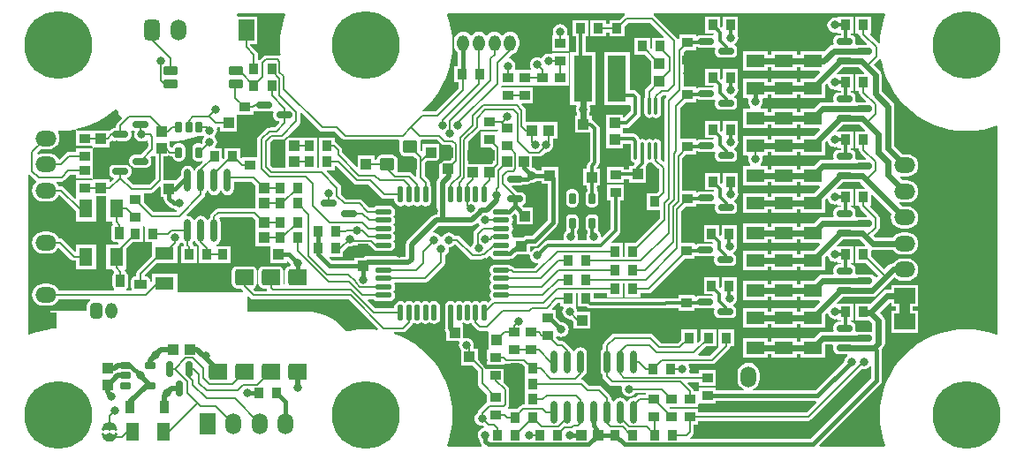
<source format=gtl>
G04*
G04 #@! TF.GenerationSoftware,Altium Limited,Altium Designer,20.0.13 (296)*
G04*
G04 Layer_Physical_Order=1*
G04 Layer_Color=255*
%FSLAX43Y43*%
%MOMM*%
G71*
G01*
G75*
%ADD10C,0.250*%
%ADD11C,0.400*%
%ADD12C,0.200*%
%ADD13C,0.600*%
%ADD14C,0.500*%
%ADD18R,1.000X1.000*%
%ADD19R,0.900X1.000*%
%ADD20R,1.000X1.000*%
%ADD21R,1.800X4.500*%
%ADD22O,0.350X1.700*%
%ADD23R,1.000X0.900*%
G04:AMPARAMS|DCode=24|XSize=0.6mm|YSize=1.1mm|CornerRadius=0.15mm|HoleSize=0mm|Usage=FLASHONLY|Rotation=180.000|XOffset=0mm|YOffset=0mm|HoleType=Round|Shape=RoundedRectangle|*
%AMROUNDEDRECTD24*
21,1,0.600,0.800,0,0,180.0*
21,1,0.300,1.100,0,0,180.0*
1,1,0.300,-0.150,0.400*
1,1,0.300,0.150,0.400*
1,1,0.300,0.150,-0.400*
1,1,0.300,-0.150,-0.400*
%
%ADD24ROUNDEDRECTD24*%
G04:AMPARAMS|DCode=25|XSize=0.6mm|YSize=1.1mm|CornerRadius=0.15mm|HoleSize=0mm|Usage=FLASHONLY|Rotation=90.000|XOffset=0mm|YOffset=0mm|HoleType=Round|Shape=RoundedRectangle|*
%AMROUNDEDRECTD25*
21,1,0.600,0.800,0,0,90.0*
21,1,0.300,1.100,0,0,90.0*
1,1,0.300,0.400,0.150*
1,1,0.300,0.400,-0.150*
1,1,0.300,-0.400,-0.150*
1,1,0.300,-0.400,0.150*
%
%ADD25ROUNDEDRECTD25*%
G04:AMPARAMS|DCode=26|XSize=1.219mm|YSize=0.914mm|CornerRadius=0.183mm|HoleSize=0mm|Usage=FLASHONLY|Rotation=90.000|XOffset=0mm|YOffset=0mm|HoleType=Round|Shape=RoundedRectangle|*
%AMROUNDEDRECTD26*
21,1,1.219,0.549,0,0,90.0*
21,1,0.853,0.914,0,0,90.0*
1,1,0.366,0.274,0.427*
1,1,0.366,0.274,-0.427*
1,1,0.366,-0.274,-0.427*
1,1,0.366,-0.274,0.427*
%
%ADD26ROUNDEDRECTD26*%
%ADD27R,1.800X1.300*%
G04:AMPARAMS|DCode=28|XSize=0.6mm|YSize=1.5mm|CornerRadius=0.15mm|HoleSize=0mm|Usage=FLASHONLY|Rotation=90.000|XOffset=0mm|YOffset=0mm|HoleType=Round|Shape=RoundedRectangle|*
%AMROUNDEDRECTD28*
21,1,0.600,1.200,0,0,90.0*
21,1,0.300,1.500,0,0,90.0*
1,1,0.300,0.600,0.150*
1,1,0.300,0.600,-0.150*
1,1,0.300,-0.600,-0.150*
1,1,0.300,-0.600,0.150*
%
%ADD28ROUNDEDRECTD28*%
G04:AMPARAMS|DCode=29|XSize=0.9mm|YSize=1.3mm|CornerRadius=0.18mm|HoleSize=0mm|Usage=FLASHONLY|Rotation=90.000|XOffset=0mm|YOffset=0mm|HoleType=Round|Shape=RoundedRectangle|*
%AMROUNDEDRECTD29*
21,1,0.900,0.940,0,0,90.0*
21,1,0.540,1.300,0,0,90.0*
1,1,0.360,0.470,0.270*
1,1,0.360,0.470,-0.270*
1,1,0.360,-0.470,-0.270*
1,1,0.360,-0.470,0.270*
%
%ADD29ROUNDEDRECTD29*%
%ADD30O,0.550X1.600*%
%ADD31O,1.600X0.550*%
G04:AMPARAMS|DCode=32|XSize=1.778mm|YSize=1.524mm|CornerRadius=0.191mm|HoleSize=0mm|Usage=FLASHONLY|Rotation=0.000|XOffset=0mm|YOffset=0mm|HoleType=Round|Shape=RoundedRectangle|*
%AMROUNDEDRECTD32*
21,1,1.778,1.143,0,0,0.0*
21,1,1.397,1.524,0,0,0.0*
1,1,0.381,0.699,-0.572*
1,1,0.381,-0.699,-0.572*
1,1,0.381,-0.699,0.572*
1,1,0.381,0.699,0.572*
%
%ADD32ROUNDEDRECTD32*%
G04:AMPARAMS|DCode=33|XSize=1.219mm|YSize=0.914mm|CornerRadius=0.183mm|HoleSize=0mm|Usage=FLASHONLY|Rotation=180.000|XOffset=0mm|YOffset=0mm|HoleType=Round|Shape=RoundedRectangle|*
%AMROUNDEDRECTD33*
21,1,1.219,0.549,0,0,180.0*
21,1,0.853,0.914,0,0,180.0*
1,1,0.366,-0.427,0.274*
1,1,0.366,0.427,0.274*
1,1,0.366,0.427,-0.274*
1,1,0.366,-0.427,-0.274*
%
%ADD33ROUNDEDRECTD33*%
%ADD34R,1.300X1.800*%
%ADD35C,0.800*%
G04:AMPARAMS|DCode=36|XSize=0.6mm|YSize=1.5mm|CornerRadius=0.15mm|HoleSize=0mm|Usage=FLASHONLY|Rotation=0.000|XOffset=0mm|YOffset=0mm|HoleType=Round|Shape=RoundedRectangle|*
%AMROUNDEDRECTD36*
21,1,0.600,1.200,0,0,0.0*
21,1,0.300,1.500,0,0,0.0*
1,1,0.300,0.150,-0.600*
1,1,0.300,-0.150,-0.600*
1,1,0.300,-0.150,0.600*
1,1,0.300,0.150,0.600*
%
%ADD36ROUNDEDRECTD36*%
G04:AMPARAMS|DCode=37|XSize=1.4mm|YSize=1.2mm|CornerRadius=0.15mm|HoleSize=0mm|Usage=FLASHONLY|Rotation=0.000|XOffset=0mm|YOffset=0mm|HoleType=Round|Shape=RoundedRectangle|*
%AMROUNDEDRECTD37*
21,1,1.400,0.900,0,0,0.0*
21,1,1.100,1.200,0,0,0.0*
1,1,0.300,0.550,-0.450*
1,1,0.300,-0.550,-0.450*
1,1,0.300,-0.550,0.450*
1,1,0.300,0.550,0.450*
%
%ADD37ROUNDEDRECTD37*%
%ADD38O,0.600X2.200*%
%ADD72C,0.300*%
%ADD73C,0.350*%
%ADD74C,1.000*%
%ADD75R,1.100X0.400*%
%ADD76R,1.500X0.125*%
%ADD77C,6.500*%
%ADD78R,1.150X1.500*%
%ADD79O,1.150X1.500*%
%ADD80O,1.500X2.000*%
G04:AMPARAMS|DCode=81|XSize=1.5mm|YSize=2mm|CornerRadius=0.375mm|HoleSize=0mm|Usage=FLASHONLY|Rotation=0.000|XOffset=0mm|YOffset=0mm|HoleType=Round|Shape=RoundedRectangle|*
%AMROUNDEDRECTD81*
21,1,1.500,1.250,0,0,0.0*
21,1,0.750,2.000,0,0,0.0*
1,1,0.750,0.375,-0.625*
1,1,0.750,-0.375,-0.625*
1,1,0.750,-0.375,0.625*
1,1,0.750,0.375,0.625*
%
%ADD81ROUNDEDRECTD81*%
%ADD82R,1.500X2.000*%
%ADD83O,2.000X1.500*%
%ADD84R,2.000X1.500*%
G04:AMPARAMS|DCode=85|XSize=1.15mm|YSize=1.5mm|CornerRadius=0.288mm|HoleSize=0mm|Usage=FLASHONLY|Rotation=0.000|XOffset=0mm|YOffset=0mm|HoleType=Round|Shape=RoundedRectangle|*
%AMROUNDEDRECTD85*
21,1,1.150,0.925,0,0,0.0*
21,1,0.575,1.500,0,0,0.0*
1,1,0.575,0.288,-0.463*
1,1,0.575,-0.288,-0.463*
1,1,0.575,-0.288,0.463*
1,1,0.575,0.288,0.463*
%
%ADD85ROUNDEDRECTD85*%
G36*
X126790Y141882D02*
X126788Y141873D01*
X126662Y141788D01*
X126662Y141788D01*
X126273Y141400D01*
X125300D01*
Y141008D01*
X125000D01*
Y141400D01*
X123500D01*
Y139800D01*
X125000D01*
Y140192D01*
X125300D01*
Y139800D01*
X126800D01*
Y140773D01*
X127119Y141092D01*
X129231D01*
X130506Y139817D01*
X130457Y139700D01*
X129400D01*
Y138701D01*
X129289Y138654D01*
X129200Y138727D01*
Y139700D01*
X127700D01*
Y138100D01*
X128673D01*
X129300Y137473D01*
Y136400D01*
X129300Y136400D01*
Y136300D01*
X129300D01*
X129300Y136273D01*
Y135277D01*
X128837Y134813D01*
X128748Y134681D01*
X128717Y134525D01*
X128717Y134525D01*
Y134070D01*
X128678Y134010D01*
X128641Y133825D01*
Y132475D01*
X128678Y132290D01*
X128783Y132133D01*
X128940Y132028D01*
X129125Y131991D01*
X129310Y132028D01*
X129450Y132121D01*
X129590Y132028D01*
X129775Y131991D01*
X129960Y132028D01*
X130117Y132133D01*
X130222Y132290D01*
X130259Y132475D01*
Y133825D01*
X130233Y133956D01*
X130469Y134192D01*
X130736D01*
X130788Y134065D01*
X130712Y133988D01*
X130623Y133856D01*
X130592Y133700D01*
X130592Y133700D01*
Y127851D01*
X130475Y127802D01*
X130233Y128044D01*
X130259Y128175D01*
Y129525D01*
X130222Y129710D01*
X130117Y129867D01*
X129960Y129972D01*
X129775Y130009D01*
X129590Y129972D01*
X129450Y129879D01*
X129310Y129972D01*
X129125Y130009D01*
X128940Y129972D01*
X128800Y129879D01*
X128660Y129972D01*
X128475Y130009D01*
X128290Y129972D01*
X128272Y129961D01*
X128167Y130117D01*
X127942Y130342D01*
X127785Y130447D01*
X127600Y130484D01*
X126690D01*
X126600Y130574D01*
X126600Y130700D01*
X126600Y130827D01*
Y131016D01*
X126900D01*
X127085Y131053D01*
X127242Y131158D01*
X128167Y132083D01*
X128272Y132240D01*
X128309Y132425D01*
Y133150D01*
Y133975D01*
X128272Y134160D01*
X128167Y134317D01*
X127942Y134542D01*
X127785Y134647D01*
X127600Y134684D01*
X127250D01*
Y138350D01*
X124850D01*
Y133250D01*
X127250D01*
X127341Y133162D01*
Y132626D01*
X126727Y132012D01*
X126600Y132051D01*
Y132300D01*
X125000D01*
Y130827D01*
X125000Y130700D01*
X125000Y130573D01*
Y129100D01*
X126600D01*
Y129516D01*
X127341D01*
Y128850D01*
Y128175D01*
X127378Y127990D01*
X127483Y127833D01*
X127640Y127728D01*
X127689Y127718D01*
X127731Y127580D01*
X127676Y127524D01*
X127592Y127400D01*
X127200D01*
Y127059D01*
X126700D01*
Y127300D01*
X125100D01*
Y125800D01*
X126700D01*
Y126141D01*
X127200D01*
Y125800D01*
X128800D01*
Y127351D01*
X128899Y127499D01*
X128934Y127675D01*
X129061Y127703D01*
X129125Y127691D01*
X129310Y127728D01*
X129330Y127740D01*
X129398Y127769D01*
X129487Y127637D01*
X130092Y127031D01*
Y125019D01*
X129873Y124800D01*
X128900D01*
Y123200D01*
X130192D01*
Y122419D01*
X127773Y120000D01*
X126800D01*
Y118708D01*
X126600D01*
Y120000D01*
X125515D01*
X125466Y120117D01*
X126224Y120876D01*
X126324Y121024D01*
X126359Y121200D01*
Y124100D01*
X126700D01*
Y125600D01*
X125100D01*
Y124100D01*
X125441D01*
Y121390D01*
X124619Y120568D01*
X124502Y120630D01*
X124482Y120783D01*
X124411Y120953D01*
X124299Y121099D01*
X124153Y121211D01*
X124152Y121216D01*
X124224Y121324D01*
X124259Y121500D01*
Y122300D01*
X124224Y122476D01*
X124124Y122624D01*
X123976Y122724D01*
X123800Y122759D01*
X123500D01*
X123324Y122724D01*
X123176Y122624D01*
X123076Y122476D01*
X123041Y122300D01*
Y121500D01*
X123076Y121324D01*
X123176Y121176D01*
X123191Y121165D01*
Y120956D01*
X123189Y120953D01*
X123118Y120783D01*
X123094Y120600D01*
X123118Y120417D01*
X123140Y120364D01*
X123069Y120259D01*
X122331D01*
X122260Y120364D01*
X122282Y120417D01*
X122306Y120600D01*
X122282Y120783D01*
X122211Y120953D01*
X122209Y120956D01*
Y121165D01*
X122224Y121176D01*
X122324Y121324D01*
X122359Y121500D01*
Y122300D01*
X122324Y122476D01*
X122224Y122624D01*
X122076Y122724D01*
X121900Y122759D01*
X121600D01*
X121424Y122724D01*
X121276Y122624D01*
X121176Y122476D01*
X121141Y122300D01*
Y121500D01*
X121176Y121324D01*
X121248Y121216D01*
X121247Y121211D01*
X121101Y121099D01*
X120989Y120953D01*
X120918Y120783D01*
X120894Y120600D01*
X120918Y120417D01*
X120940Y120364D01*
X120869Y120259D01*
X119400D01*
X119224Y120224D01*
X119076Y120124D01*
X118451Y119499D01*
X118400Y119506D01*
X118217Y119482D01*
X118047Y119411D01*
X117901Y119299D01*
X117827Y119203D01*
X117700Y119246D01*
Y119690D01*
X118100D01*
X118295Y119729D01*
X118460Y119840D01*
X120260Y121640D01*
X120371Y121805D01*
X120410Y122000D01*
Y126200D01*
X120400Y126249D01*
Y127300D01*
X118800D01*
Y127010D01*
X118335D01*
X118203Y127111D01*
X118033Y127182D01*
X117900Y127199D01*
Y128292D01*
X118600D01*
X118600Y128292D01*
X118756Y128323D01*
X118888Y128412D01*
X119174Y128697D01*
X119200Y128694D01*
X119383Y128718D01*
X119553Y128789D01*
X119699Y128901D01*
X119811Y129047D01*
X119882Y129217D01*
X119906Y129400D01*
X119883Y129575D01*
X119908Y129700D01*
X119908Y129700D01*
Y130000D01*
X120300D01*
Y131600D01*
X118700D01*
Y131600D01*
X118700Y131600D01*
X117308D01*
Y132700D01*
X117308Y132700D01*
X117277Y132856D01*
X117188Y132988D01*
X116894Y133283D01*
X116943Y133400D01*
X118000D01*
Y134900D01*
X116400D01*
X116400Y134900D01*
Y134900D01*
X114988D01*
X114928Y135015D01*
X114991Y135100D01*
X116273D01*
X116400Y135100D01*
X116527Y135100D01*
X118000D01*
Y135100D01*
X118100Y135100D01*
Y135100D01*
X119700D01*
Y135100D01*
X119800D01*
Y135100D01*
X121400D01*
Y136600D01*
X121400D01*
Y136700D01*
X121400D01*
Y138200D01*
X119800D01*
Y138177D01*
X119694Y138106D01*
X119633Y138132D01*
X119450Y138156D01*
X119267Y138132D01*
X119097Y138061D01*
X118951Y137949D01*
X118839Y137803D01*
X118807Y137726D01*
X118753Y137711D01*
X118583Y137782D01*
X118400Y137806D01*
X118217Y137782D01*
X118047Y137711D01*
X117901Y137599D01*
X117789Y137453D01*
X117718Y137283D01*
X117694Y137100D01*
X117718Y136917D01*
X117789Y136747D01*
X117804Y136727D01*
X117741Y136600D01*
X116527D01*
X116400Y136600D01*
X116329D01*
X116245Y136727D01*
X116282Y136817D01*
X116306Y137000D01*
X116282Y137183D01*
X116211Y137353D01*
X116099Y137499D01*
X115953Y137611D01*
X115783Y137682D01*
X115744Y137687D01*
X115698Y137821D01*
X116064Y138187D01*
X116241Y138261D01*
X116424Y138401D01*
X116564Y138584D01*
X116652Y138797D01*
X116683Y139025D01*
Y139375D01*
X116652Y139603D01*
X116564Y139816D01*
X116424Y139999D01*
X116241Y140139D01*
X116028Y140227D01*
X115800Y140258D01*
X115572Y140227D01*
X115359Y140139D01*
X115176Y139999D01*
X115114Y139918D01*
X114987D01*
X114924Y139999D01*
X114741Y140139D01*
X114528Y140227D01*
X114300Y140258D01*
X114072Y140227D01*
X113859Y140139D01*
X113676Y139999D01*
X113614Y139918D01*
X113487D01*
X113424Y139999D01*
X113241Y140139D01*
X113028Y140227D01*
X112800Y140258D01*
X112572Y140227D01*
X112359Y140139D01*
X112176Y139999D01*
X112114Y139918D01*
X111987D01*
X111924Y139999D01*
X111741Y140139D01*
X111528Y140227D01*
X111300Y140258D01*
X111072Y140227D01*
X110859Y140139D01*
X110676Y139999D01*
X110536Y139816D01*
X110448Y139603D01*
X110417Y139375D01*
Y139025D01*
X110448Y138797D01*
X110536Y138584D01*
X110676Y138401D01*
X110790Y138313D01*
Y137000D01*
X110450D01*
Y135400D01*
X110892D01*
Y134869D01*
X108631Y132608D01*
X107421D01*
X107387Y132658D01*
X107368Y132731D01*
X107841Y133159D01*
X108385Y133760D01*
X108868Y134411D01*
X109285Y135106D01*
X109631Y135839D01*
X109904Y136602D01*
X110101Y137389D01*
X110220Y138190D01*
X110260Y139000D01*
X110220Y139810D01*
X110101Y140611D01*
X109904Y141398D01*
X109726Y141896D01*
X109799Y142000D01*
X126749D01*
X126790Y141882D01*
D02*
G37*
G36*
X151774Y141896D02*
X151596Y141398D01*
X151399Y140611D01*
X151280Y139810D01*
X151250Y139206D01*
X151121Y139156D01*
X150294Y139983D01*
X150343Y140100D01*
X150400D01*
Y141700D01*
X148900D01*
Y140100D01*
X149134D01*
X149242Y140050D01*
X149273Y139894D01*
X149362Y139762D01*
X149997Y139126D01*
X149948Y139009D01*
X149765D01*
X149750Y139012D01*
X149001D01*
X148897Y139139D01*
X148909Y139200D01*
Y139500D01*
X148874Y139676D01*
X148774Y139824D01*
X148626Y139924D01*
X148450Y139959D01*
X148409D01*
Y140100D01*
X148700D01*
Y141700D01*
X147200D01*
Y141648D01*
X147110Y141587D01*
X147073Y141583D01*
X146900Y141606D01*
X146717Y141582D01*
X146547Y141511D01*
X146401Y141399D01*
X146289Y141253D01*
X146218Y141083D01*
X146194Y140900D01*
X146218Y140717D01*
X146289Y140547D01*
X146401Y140401D01*
X146547Y140289D01*
X146717Y140218D01*
X146900Y140194D01*
X147073Y140217D01*
X147110Y140213D01*
X147200Y140152D01*
Y140100D01*
X147491D01*
Y139959D01*
X147250D01*
X147074Y139924D01*
X146926Y139824D01*
X146826Y139676D01*
X146791Y139500D01*
Y139200D01*
X146803Y139139D01*
X146803Y139128D01*
X146706Y138993D01*
X146566Y138965D01*
X146367Y138833D01*
X145935Y138400D01*
X143600D01*
Y138062D01*
X143250D01*
Y138400D01*
X140850D01*
Y138062D01*
X140500D01*
Y138400D01*
X138100D01*
Y136500D01*
X140500D01*
Y136838D01*
X140850D01*
Y136500D01*
X143250D01*
Y136838D01*
X143600D01*
Y136500D01*
X145419D01*
X145468Y136383D01*
X144885Y135800D01*
X143600D01*
Y135462D01*
X143250D01*
Y135800D01*
X140850D01*
Y135462D01*
X140500D01*
Y135800D01*
X138100D01*
Y133900D01*
X138573D01*
X138644Y133794D01*
X138618Y133733D01*
X138594Y133550D01*
X138618Y133367D01*
X138689Y133197D01*
X138801Y133051D01*
X138832Y133027D01*
X138789Y132900D01*
X138100D01*
Y131000D01*
X140500D01*
Y131338D01*
X140850D01*
Y131000D01*
X143250D01*
Y131338D01*
X143600D01*
Y131000D01*
X145419D01*
X145468Y130883D01*
X144885Y130300D01*
X143600D01*
Y129962D01*
X143250D01*
Y130300D01*
X140850D01*
Y129962D01*
X140500D01*
Y130300D01*
X138100D01*
Y128400D01*
X138573D01*
X138644Y128294D01*
X138618Y128233D01*
X138594Y128050D01*
X138618Y127867D01*
X138689Y127697D01*
X138801Y127551D01*
X138832Y127527D01*
X138789Y127400D01*
X138100D01*
Y125500D01*
X140500D01*
Y125838D01*
X140850D01*
Y125500D01*
X143250D01*
Y125838D01*
X143600D01*
Y125500D01*
X145419D01*
X145468Y125383D01*
X144885Y124800D01*
X143600D01*
Y124462D01*
X143250D01*
Y124800D01*
X140850D01*
Y124462D01*
X140500D01*
Y124800D01*
X138100D01*
Y122900D01*
X140500D01*
Y123238D01*
X140850D01*
Y122900D01*
X143250D01*
Y123238D01*
X143600D01*
Y122900D01*
X146000D01*
Y124185D01*
X146095Y124280D01*
X146215Y124239D01*
X146218Y124217D01*
X146289Y124047D01*
X146401Y123901D01*
X146547Y123789D01*
X146717Y123718D01*
X146900Y123694D01*
X147073Y123717D01*
X147110Y123713D01*
X147200Y123652D01*
Y123600D01*
X147491D01*
Y123459D01*
X147250D01*
X147074Y123424D01*
X146926Y123324D01*
X146826Y123176D01*
X146791Y123000D01*
Y122700D01*
X146803Y122639D01*
X146699Y122512D01*
X145750D01*
X145516Y122465D01*
X145317Y122333D01*
X144885Y121900D01*
X143600D01*
Y121562D01*
X143250D01*
Y121900D01*
X140850D01*
Y121562D01*
X140500D01*
Y121900D01*
X138100D01*
Y120000D01*
X140500D01*
Y120338D01*
X140850D01*
Y120000D01*
X143250D01*
Y120338D01*
X143600D01*
Y120000D01*
X145419D01*
X145468Y119883D01*
X144885Y119300D01*
X143600D01*
Y118962D01*
X143250D01*
Y119300D01*
X140850D01*
Y118962D01*
X140500D01*
Y119300D01*
X138100D01*
Y117400D01*
X140500D01*
Y117738D01*
X140850D01*
Y117400D01*
X143250D01*
Y117738D01*
X143600D01*
Y117400D01*
X146000D01*
Y118685D01*
X146095Y118780D01*
X146215Y118739D01*
X146218Y118717D01*
X146289Y118547D01*
X146401Y118401D01*
X146547Y118289D01*
X146717Y118218D01*
X146900Y118194D01*
X147073Y118217D01*
X147110Y118213D01*
X147200Y118152D01*
Y118100D01*
X147491D01*
Y117959D01*
X147250D01*
X147074Y117924D01*
X146926Y117824D01*
X146826Y117676D01*
X146791Y117500D01*
Y117200D01*
X146803Y117139D01*
X146699Y117012D01*
X145750D01*
X145516Y116965D01*
X145317Y116833D01*
X144885Y116400D01*
X143600D01*
Y116062D01*
X143250D01*
Y116400D01*
X140850D01*
Y116062D01*
X140500D01*
Y116400D01*
X138100D01*
Y114500D01*
X140500D01*
Y114838D01*
X140850D01*
Y114500D01*
X143250D01*
Y114838D01*
X143600D01*
Y114500D01*
X145419D01*
X145468Y114383D01*
X144885Y113800D01*
X143600D01*
Y113462D01*
X143250D01*
Y113800D01*
X140850D01*
Y113462D01*
X140500D01*
Y113800D01*
X138100D01*
Y111900D01*
X140500D01*
Y112238D01*
X140850D01*
Y111900D01*
X143250D01*
Y112238D01*
X143600D01*
Y111900D01*
X146000D01*
Y113185D01*
X146095Y113280D01*
X146215Y113239D01*
X146218Y113217D01*
X146289Y113047D01*
X146401Y112901D01*
X146547Y112789D01*
X146717Y112718D01*
X146900Y112694D01*
X147073Y112717D01*
X147110Y112713D01*
X147200Y112652D01*
Y112600D01*
X147491D01*
Y112459D01*
X147250D01*
X147074Y112424D01*
X146926Y112324D01*
X146826Y112176D01*
X146791Y112000D01*
Y111700D01*
X146803Y111639D01*
X146699Y111512D01*
X145750D01*
X145516Y111465D01*
X145317Y111333D01*
X144885Y110900D01*
X143600D01*
Y110562D01*
X143250D01*
Y110900D01*
X140850D01*
Y110562D01*
X140500D01*
Y110900D01*
X138100D01*
Y109000D01*
X140500D01*
Y109338D01*
X140850D01*
Y109000D01*
X143250D01*
Y109338D01*
X143600D01*
Y109000D01*
X146000D01*
Y110285D01*
X146003Y110288D01*
X146699D01*
X146803Y110161D01*
X146791Y110100D01*
Y109800D01*
X146826Y109624D01*
X146926Y109476D01*
X147074Y109376D01*
X147250Y109341D01*
X147835D01*
X147850Y109338D01*
X148121D01*
X148147Y109211D01*
X148001Y109099D01*
X147889Y108953D01*
X147818Y108783D01*
X147796Y108617D01*
X145039Y105860D01*
X139094D01*
X139068Y105987D01*
X139180Y106033D01*
X139399Y106201D01*
X139567Y106420D01*
X139673Y106676D01*
X139709Y106950D01*
Y107450D01*
X139673Y107724D01*
X139567Y107980D01*
X139399Y108199D01*
X139180Y108367D01*
X138924Y108473D01*
X138650Y108509D01*
X138376Y108473D01*
X138120Y108367D01*
X137901Y108199D01*
X137733Y107980D01*
X137627Y107724D01*
X137591Y107450D01*
Y106950D01*
X137627Y106676D01*
X137733Y106420D01*
X137901Y106201D01*
X138120Y106033D01*
X138232Y105987D01*
X138206Y105860D01*
X135500D01*
Y106100D01*
X133900D01*
Y105865D01*
X133800Y105800D01*
X133408D01*
X133377Y105956D01*
X133288Y106088D01*
X132802Y106575D01*
X132851Y106692D01*
X133900D01*
Y106300D01*
X135500D01*
Y107800D01*
X133900D01*
Y107508D01*
X133033D01*
X132948Y107635D01*
X132982Y107717D01*
X133006Y107900D01*
X132982Y108083D01*
X132911Y108253D01*
X132892Y108278D01*
X132948Y108392D01*
X135150D01*
X135150Y108392D01*
X135306Y108423D01*
X135438Y108512D01*
X136788Y109862D01*
X136788Y109862D01*
X136877Y109994D01*
X136898Y110100D01*
X137250D01*
Y111700D01*
X135750D01*
Y110100D01*
X135750D01*
X135786Y110013D01*
X134981Y109208D01*
X133864D01*
X133812Y109335D01*
X134577Y110100D01*
X135550D01*
Y111700D01*
X134050D01*
Y110727D01*
X133817Y110494D01*
X133700Y110543D01*
Y111700D01*
X132200D01*
Y110727D01*
X131881Y110408D01*
X130269D01*
X129488Y111188D01*
X129356Y111277D01*
X129200Y111308D01*
X129200Y111308D01*
X125800D01*
X125800Y111308D01*
X125644Y111277D01*
X125512Y111188D01*
X125512Y111188D01*
X124782Y110458D01*
X124693Y110326D01*
X124662Y110170D01*
X124662Y110170D01*
Y109849D01*
X124637Y109833D01*
X124505Y109634D01*
X124458Y109400D01*
Y107800D01*
X124505Y107566D01*
X124637Y107367D01*
X124662Y107351D01*
Y107230D01*
X124662Y107230D01*
X124693Y107074D01*
X124782Y106942D01*
X125312Y106412D01*
X125312Y106412D01*
X125444Y106323D01*
X125600Y106292D01*
X126449D01*
X126497Y106220D01*
X126516Y106165D01*
X126494Y106000D01*
X126518Y105817D01*
X126589Y105647D01*
X126701Y105501D01*
X126847Y105389D01*
X127017Y105318D01*
X127200Y105294D01*
X127383Y105318D01*
X127553Y105389D01*
X127699Y105501D01*
X127769Y105592D01*
X128800D01*
Y105458D01*
X128250D01*
X128250Y105458D01*
X128094Y105427D01*
X127962Y105338D01*
X127798Y105174D01*
X127610Y105212D01*
X127376Y105165D01*
X127177Y105033D01*
X127045Y104834D01*
X127040Y104809D01*
X126910D01*
X126905Y104834D01*
X126773Y105033D01*
X126574Y105165D01*
X126340Y105212D01*
X126106Y105165D01*
X125907Y105033D01*
X125775Y104834D01*
X125770Y104809D01*
X125640D01*
X125635Y104834D01*
X125503Y105033D01*
X125478Y105049D01*
Y105130D01*
X125447Y105286D01*
X125358Y105418D01*
X125358Y105418D01*
X124588Y106188D01*
X124456Y106277D01*
X124300Y106308D01*
X124300Y106308D01*
X123369D01*
X122888Y106788D01*
X122756Y106877D01*
X122654Y106897D01*
X122605Y107029D01*
X122818Y107242D01*
X122818Y107242D01*
X122854Y107295D01*
X122963Y107367D01*
X123095Y107566D01*
X123142Y107800D01*
Y109400D01*
X123095Y109634D01*
X122963Y109833D01*
X122764Y109965D01*
X122530Y110012D01*
X122296Y109965D01*
X122097Y109833D01*
X121965Y109634D01*
X121960Y109609D01*
X121830D01*
X121825Y109634D01*
X121693Y109833D01*
X121643Y109866D01*
X121637Y109896D01*
X121548Y110028D01*
X121088Y110488D01*
X120956Y110577D01*
X120800Y110608D01*
X120800Y110608D01*
X120519D01*
X120203Y110924D01*
X120214Y111048D01*
X120327Y111104D01*
X120347Y111089D01*
X120517Y111018D01*
X120700Y110994D01*
X120883Y111018D01*
X121053Y111089D01*
X121199Y111201D01*
X121311Y111347D01*
X121382Y111517D01*
X121406Y111700D01*
X121382Y111883D01*
X121311Y112053D01*
X121199Y112199D01*
X121053Y112311D01*
X120883Y112382D01*
X120717Y112404D01*
X120200Y112921D01*
Y113600D01*
X119843D01*
X119794Y113717D01*
X120369Y114292D01*
X120600D01*
Y113900D01*
X120841D01*
X120904Y113773D01*
X120889Y113753D01*
X120818Y113583D01*
X120794Y113400D01*
X120818Y113217D01*
X120889Y113047D01*
X121001Y112901D01*
X121147Y112789D01*
X121317Y112718D01*
X121500Y112694D01*
X121614Y112709D01*
X121900Y112423D01*
Y111800D01*
X123500D01*
Y113400D01*
X122206D01*
X122182Y113583D01*
X122111Y113753D01*
X122096Y113773D01*
X122100Y113900D01*
X122100Y113900D01*
X122100Y113900D01*
Y115192D01*
X122300D01*
Y113900D01*
X123101D01*
X123126Y113876D01*
X123274Y113776D01*
X123450Y113741D01*
X130700D01*
X130876Y113776D01*
X130898Y113791D01*
X131900D01*
Y113500D01*
X133500D01*
Y113791D01*
X133702D01*
X133724Y113776D01*
X133900Y113741D01*
X135100D01*
X135266Y113774D01*
X135271Y113772D01*
X135306Y113747D01*
X135368Y113685D01*
X135341Y113550D01*
Y113250D01*
X135376Y113074D01*
X135476Y112926D01*
X135624Y112826D01*
X135800Y112791D01*
X137000D01*
X137176Y112826D01*
X137324Y112926D01*
X137424Y113074D01*
X137459Y113250D01*
Y113550D01*
X137424Y113726D01*
X137324Y113874D01*
X137207Y113953D01*
X137203Y114072D01*
X137209Y114093D01*
X137349Y114201D01*
X137461Y114347D01*
X137532Y114517D01*
X137556Y114700D01*
X137532Y114883D01*
X137495Y114973D01*
X137550Y115100D01*
X137550D01*
Y116700D01*
X136050D01*
Y115773D01*
X135939Y115726D01*
X135850Y115799D01*
Y116700D01*
X134350D01*
Y115100D01*
X135193D01*
X135216Y115065D01*
X135138Y114951D01*
X135100Y114959D01*
X133900D01*
X133724Y114924D01*
X133627Y114859D01*
X133500Y114923D01*
Y115000D01*
X131900D01*
Y114709D01*
X130750D01*
X130574Y114674D01*
X130552Y114659D01*
X123800D01*
Y115192D01*
X125100D01*
Y114800D01*
X126600D01*
Y116092D01*
X126800D01*
Y114800D01*
X128300D01*
Y115192D01*
X129050D01*
X129050Y115192D01*
X129206Y115223D01*
X129338Y115312D01*
X132527Y118500D01*
X133500D01*
Y118791D01*
X133702D01*
X133724Y118776D01*
X133900Y118741D01*
X135100D01*
X135266Y118774D01*
X135271Y118772D01*
X135306Y118747D01*
X135368Y118685D01*
X135341Y118550D01*
Y118250D01*
X135376Y118074D01*
X135476Y117926D01*
X135624Y117826D01*
X135800Y117791D01*
X137000D01*
X137176Y117826D01*
X137324Y117926D01*
X137424Y118074D01*
X137459Y118250D01*
Y118550D01*
X137424Y118726D01*
X137324Y118874D01*
X137207Y118953D01*
X137203Y119072D01*
X137209Y119093D01*
X137349Y119201D01*
X137461Y119347D01*
X137532Y119517D01*
X137556Y119700D01*
X137532Y119883D01*
X137495Y119973D01*
X137550Y120100D01*
X137550D01*
Y121700D01*
X136050D01*
Y120773D01*
X135939Y120726D01*
X135850Y120799D01*
Y121700D01*
X134350D01*
Y120100D01*
X135193D01*
X135216Y120065D01*
X135138Y119951D01*
X135100Y119959D01*
X133900D01*
X133724Y119924D01*
X133627Y119859D01*
X133500Y119923D01*
Y120000D01*
X132208D01*
Y123081D01*
X132627Y123500D01*
X133600D01*
Y123791D01*
X133802D01*
X133824Y123776D01*
X134000Y123741D01*
X135200D01*
X135366Y123774D01*
X135371Y123772D01*
X135406Y123747D01*
X135468Y123685D01*
X135441Y123550D01*
Y123250D01*
X135476Y123074D01*
X135576Y122926D01*
X135724Y122826D01*
X135900Y122791D01*
X137100D01*
X137276Y122826D01*
X137424Y122926D01*
X137524Y123074D01*
X137559Y123250D01*
Y123550D01*
X137524Y123726D01*
X137424Y123874D01*
X137307Y123953D01*
X137303Y124072D01*
X137309Y124093D01*
X137449Y124201D01*
X137561Y124347D01*
X137632Y124517D01*
X137656Y124700D01*
X137632Y124883D01*
X137595Y124973D01*
X137650Y125100D01*
X137650D01*
Y126700D01*
X136150D01*
Y125773D01*
X136039Y125726D01*
X135950Y125799D01*
Y126700D01*
X134450D01*
Y125100D01*
X135293D01*
X135316Y125065D01*
X135238Y124951D01*
X135200Y124959D01*
X134000D01*
X133824Y124924D01*
X133727Y124859D01*
X133600Y124923D01*
Y125000D01*
X132308D01*
Y128181D01*
X132627Y128500D01*
X133600D01*
Y128791D01*
X133802D01*
X133824Y128776D01*
X134000Y128741D01*
X135200D01*
X135366Y128774D01*
X135371Y128772D01*
X135406Y128747D01*
X135468Y128685D01*
X135441Y128550D01*
Y128250D01*
X135476Y128074D01*
X135576Y127926D01*
X135724Y127826D01*
X135900Y127791D01*
X137100D01*
X137276Y127826D01*
X137424Y127926D01*
X137524Y128074D01*
X137559Y128250D01*
Y128550D01*
X137524Y128726D01*
X137424Y128874D01*
X137307Y128953D01*
X137303Y129072D01*
X137309Y129093D01*
X137449Y129201D01*
X137561Y129347D01*
X137632Y129517D01*
X137656Y129700D01*
X137632Y129883D01*
X137595Y129973D01*
X137650Y130100D01*
X137650D01*
Y131700D01*
X136150D01*
Y130773D01*
X136039Y130726D01*
X135950Y130799D01*
Y131700D01*
X134450D01*
Y130100D01*
X135293D01*
X135316Y130065D01*
X135238Y129951D01*
X135200Y129959D01*
X134000D01*
X133824Y129924D01*
X133727Y129859D01*
X133600Y129923D01*
Y130000D01*
X132108D01*
Y132981D01*
X132627Y133500D01*
X133600D01*
Y133791D01*
X133802D01*
X133824Y133776D01*
X134000Y133741D01*
X135200D01*
X135366Y133774D01*
X135371Y133772D01*
X135406Y133747D01*
X135468Y133685D01*
X135441Y133550D01*
Y133250D01*
X135476Y133074D01*
X135576Y132926D01*
X135724Y132826D01*
X135900Y132791D01*
X137100D01*
X137276Y132826D01*
X137424Y132926D01*
X137524Y133074D01*
X137559Y133250D01*
Y133550D01*
X137524Y133726D01*
X137424Y133874D01*
X137307Y133953D01*
X137303Y134072D01*
X137309Y134093D01*
X137449Y134201D01*
X137561Y134347D01*
X137632Y134517D01*
X137656Y134700D01*
X137632Y134883D01*
X137595Y134973D01*
X137650Y135100D01*
X137650D01*
Y136700D01*
X136150D01*
Y135773D01*
X136039Y135726D01*
X135950Y135799D01*
Y136700D01*
X134450D01*
Y135100D01*
X135293D01*
X135316Y135065D01*
X135238Y134951D01*
X135200Y134959D01*
X134000D01*
X133824Y134924D01*
X133727Y134859D01*
X133600Y134923D01*
Y135000D01*
X132408D01*
Y138281D01*
X132627Y138500D01*
X133600D01*
Y138791D01*
X133802D01*
X133824Y138776D01*
X134000Y138741D01*
X135200D01*
X135366Y138774D01*
X135371Y138772D01*
X135406Y138747D01*
X135468Y138685D01*
X135441Y138550D01*
Y138250D01*
X135476Y138074D01*
X135576Y137926D01*
X135724Y137826D01*
X135900Y137791D01*
X137100D01*
X137276Y137826D01*
X137424Y137926D01*
X137524Y138074D01*
X137559Y138250D01*
Y138550D01*
X137524Y138726D01*
X137424Y138874D01*
X137307Y138953D01*
X137303Y139072D01*
X137309Y139093D01*
X137449Y139201D01*
X137561Y139347D01*
X137632Y139517D01*
X137656Y139700D01*
X137632Y139883D01*
X137595Y139973D01*
X137650Y140100D01*
X137650D01*
Y141700D01*
X136150D01*
Y140773D01*
X136039Y140726D01*
X135950Y140799D01*
Y141700D01*
X134450D01*
Y140100D01*
X135293D01*
X135316Y140065D01*
X135238Y139951D01*
X135200Y139959D01*
X134000D01*
X133824Y139924D01*
X133727Y139859D01*
X133600Y139923D01*
Y140000D01*
X132000D01*
Y139601D01*
X131882Y139560D01*
X131873Y139562D01*
X131788Y139688D01*
X131788Y139688D01*
X129688Y141788D01*
X129562Y141873D01*
X129560Y141882D01*
X129601Y142000D01*
X151701D01*
X151774Y141896D01*
D02*
G37*
G36*
X94274D02*
X94096Y141398D01*
X93899Y140611D01*
X93780Y139810D01*
X93740Y139000D01*
X93780Y138190D01*
X93803Y138031D01*
X93686Y137957D01*
X93656Y137977D01*
X93500Y138008D01*
X93500Y138008D01*
X92400D01*
X92244Y137977D01*
X92112Y137888D01*
X92112Y137888D01*
X91812Y137588D01*
X91785Y137548D01*
X91658Y137587D01*
Y138050D01*
X91658Y138050D01*
X91627Y138206D01*
X91538Y138338D01*
X91538Y138338D01*
X90908Y138969D01*
Y139100D01*
X91550D01*
Y141700D01*
X89654D01*
X89614Y141902D01*
X89694Y142000D01*
X94201D01*
X94274Y141896D01*
D02*
G37*
G36*
X146215Y135239D02*
X146218Y135217D01*
X146289Y135047D01*
X146401Y134901D01*
X146547Y134789D01*
X146717Y134718D01*
X146900Y134694D01*
X147073Y134717D01*
X147110Y134713D01*
X147200Y134652D01*
Y134600D01*
X147491D01*
Y134459D01*
X147250D01*
X147074Y134424D01*
X146926Y134324D01*
X146826Y134176D01*
X146791Y134000D01*
Y133700D01*
X146803Y133639D01*
X146699Y133512D01*
X145750D01*
X145516Y133465D01*
X145317Y133333D01*
X144885Y132900D01*
X143600D01*
Y132562D01*
X143250D01*
Y132900D01*
X140850D01*
Y132562D01*
X140500D01*
Y132900D01*
X139811D01*
X139768Y133027D01*
X139799Y133051D01*
X139911Y133197D01*
X139982Y133367D01*
X140006Y133550D01*
X139982Y133733D01*
X139956Y133794D01*
X140027Y133900D01*
X140500D01*
Y134238D01*
X140850D01*
Y133900D01*
X143250D01*
Y134238D01*
X143600D01*
Y133900D01*
X146000D01*
Y135185D01*
X146095Y135280D01*
X146215Y135239D01*
D02*
G37*
G36*
X149517Y136517D02*
X149517Y136517D01*
X149718Y136317D01*
X149669Y136200D01*
X148900D01*
Y134600D01*
X149242D01*
Y134450D01*
X149242Y134450D01*
X149273Y134294D01*
X149362Y134162D01*
X149897Y133626D01*
X149848Y133509D01*
X149765D01*
X149750Y133512D01*
X149001D01*
X148897Y133639D01*
X148909Y133700D01*
Y134000D01*
X148874Y134176D01*
X148774Y134324D01*
X148626Y134424D01*
X148450Y134459D01*
X148409D01*
Y134600D01*
X148700D01*
Y136200D01*
X147200D01*
Y136200D01*
X147131Y136181D01*
X147104Y136289D01*
X147653Y136838D01*
X149197D01*
X149517Y136517D01*
D02*
G37*
G36*
X91474Y132676D02*
X91650Y132641D01*
X92850D01*
X93016Y132674D01*
X93021Y132672D01*
X93056Y132647D01*
X93118Y132585D01*
X93091Y132450D01*
Y132150D01*
X93126Y131974D01*
X93226Y131826D01*
X93374Y131726D01*
X93550Y131691D01*
X93635D01*
X93687Y131564D01*
X93231Y131108D01*
X92700D01*
X92700Y131108D01*
X92544Y131077D01*
X92412Y130988D01*
X92412Y130988D01*
X91712Y130288D01*
X91623Y130156D01*
X91592Y130000D01*
X91592Y130000D01*
Y128200D01*
X90100D01*
Y128200D01*
X90013Y128164D01*
X89900Y128277D01*
Y129100D01*
X88400D01*
Y128177D01*
X88311Y128104D01*
X88200Y128151D01*
Y129100D01*
X87559D01*
X87519Y129227D01*
X87611Y129347D01*
X87682Y129517D01*
X87706Y129700D01*
X87682Y129883D01*
X87611Y130053D01*
X87528Y130162D01*
X87510Y130250D01*
X87528Y130338D01*
X87611Y130447D01*
X87682Y130617D01*
X87706Y130800D01*
X87684Y130965D01*
X87703Y131020D01*
X87751Y131092D01*
X88000D01*
Y130700D01*
X89600D01*
Y132173D01*
X89600Y132300D01*
X89727Y132300D01*
X91200D01*
Y132652D01*
X91306Y132673D01*
X91392Y132731D01*
X91474Y132676D01*
D02*
G37*
G36*
X78056Y132772D02*
X78227Y132516D01*
X78284Y132399D01*
X78580Y131957D01*
X78162Y131538D01*
X78073Y131406D01*
X78042Y131250D01*
X78042Y131250D01*
Y131009D01*
X77850D01*
X77674Y130974D01*
X77526Y130874D01*
X77509Y130850D01*
X77400Y130800D01*
X77400Y130800D01*
X77400Y130800D01*
X75800D01*
X75800Y130800D01*
Y130800D01*
X74240D01*
X74224Y130927D01*
X74898Y131096D01*
X75661Y131369D01*
X76394Y131715D01*
X77089Y132132D01*
X77740Y132615D01*
X77930Y132787D01*
X78056Y132772D01*
D02*
G37*
G36*
X86448Y130284D02*
X86462Y130149D01*
X86389Y130053D01*
X86318Y129883D01*
X86294Y129700D01*
X86302Y129636D01*
X86201Y129539D01*
X86100Y129559D01*
X85800D01*
X85624Y129524D01*
X85476Y129424D01*
X85376Y129276D01*
X85341Y129100D01*
Y128300D01*
X85376Y128124D01*
X85476Y127976D01*
X85624Y127876D01*
X85800Y127841D01*
X86100D01*
X86268Y127875D01*
X86276Y127869D01*
X86325Y127752D01*
X85940Y127367D01*
X85931Y127365D01*
X85732Y127233D01*
X85600Y127034D01*
X85595Y127009D01*
X85465D01*
X85460Y127034D01*
X85328Y127233D01*
X85129Y127365D01*
X84895Y127412D01*
X84661Y127365D01*
X84462Y127233D01*
X84330Y127034D01*
X84283Y126800D01*
Y126457D01*
X84140Y126360D01*
X83779Y126000D01*
X82608D01*
X82608Y126000D01*
Y128300D01*
X83161D01*
X83200Y128292D01*
X83200Y128292D01*
X83443D01*
X83476Y128124D01*
X83576Y127976D01*
X83724Y127876D01*
X83900Y127841D01*
X84200D01*
X84376Y127876D01*
X84524Y127976D01*
X84624Y128124D01*
X84659Y128300D01*
Y129100D01*
X84624Y129276D01*
X84524Y129424D01*
X84376Y129524D01*
X84200Y129559D01*
X83900D01*
X83724Y129524D01*
X83576Y129424D01*
X83476Y129276D01*
X83460Y129195D01*
X83322Y129154D01*
X83200Y129277D01*
Y129804D01*
X83720D01*
X84398Y129848D01*
X85064Y129981D01*
X85707Y130199D01*
X85794Y130242D01*
X85800Y130241D01*
X86100D01*
X86276Y130276D01*
X86355Y130329D01*
X86448Y130284D01*
D02*
G37*
G36*
X94230Y129986D02*
X94300Y129944D01*
Y128500D01*
Y127208D01*
X93069D01*
X92808Y127469D01*
Y129631D01*
X93069Y129892D01*
X93900D01*
X93900Y129892D01*
X94056Y129923D01*
X94173Y130001D01*
X94230Y129986D01*
D02*
G37*
G36*
X79750Y130741D02*
X79833Y130618D01*
X79818Y130583D01*
X79794Y130400D01*
X79818Y130217D01*
X79889Y130047D01*
X80001Y129901D01*
X80147Y129789D01*
X80317Y129718D01*
X80500Y129694D01*
X80683Y129718D01*
X80853Y129789D01*
X80965Y129875D01*
X81076Y129833D01*
X81092Y129819D01*
Y129169D01*
X80382Y128459D01*
X79750D01*
X79574Y128424D01*
X79426Y128324D01*
X79326Y128176D01*
X79291Y128000D01*
Y127700D01*
X79318Y127565D01*
X79256Y127503D01*
X79221Y127478D01*
X79216Y127476D01*
X79050Y127509D01*
X77850D01*
X77674Y127474D01*
X77526Y127374D01*
X77426Y127226D01*
X77391Y127050D01*
Y126750D01*
X77426Y126574D01*
X77526Y126426D01*
X77674Y126326D01*
X77754Y126310D01*
X77796Y126172D01*
X77517Y125894D01*
X77400Y125943D01*
Y126100D01*
X75865D01*
X75800Y126200D01*
Y127600D01*
Y129100D01*
X75865Y129200D01*
X77400D01*
Y129672D01*
X77406Y129673D01*
X77538Y129762D01*
X77632Y129855D01*
X77674Y129826D01*
X77850Y129791D01*
X79050D01*
X79226Y129826D01*
X79374Y129926D01*
X79474Y130074D01*
X79509Y130250D01*
Y130550D01*
X79482Y130685D01*
X79544Y130747D01*
X79579Y130772D01*
X79584Y130774D01*
X79750Y130741D01*
D02*
G37*
G36*
X74200Y130790D02*
Y129300D01*
X75738D01*
X75769Y129213D01*
X75690Y129100D01*
X74200D01*
Y128758D01*
X73550D01*
X73394Y128727D01*
X73262Y128638D01*
X72633Y128010D01*
X72486Y128035D01*
X72467Y128080D01*
X72299Y128299D01*
X72080Y128467D01*
X71824Y128573D01*
X71550Y128609D01*
X71050D01*
X70776Y128573D01*
X70614Y128506D01*
X70472Y128576D01*
X70460Y128626D01*
X70463Y128637D01*
X70845Y129018D01*
X71050Y128991D01*
X71550D01*
X71824Y129027D01*
X72080Y129133D01*
X72299Y129301D01*
X72467Y129520D01*
X72573Y129776D01*
X72609Y130050D01*
X72573Y130324D01*
X72467Y130580D01*
X72430Y130628D01*
X72468Y130701D01*
X72504Y130740D01*
X73310Y130780D01*
X74111Y130899D01*
X74163Y130912D01*
X74200Y130790D01*
D02*
G37*
G36*
X146215Y129739D02*
X146218Y129717D01*
X146289Y129547D01*
X146401Y129401D01*
X146547Y129289D01*
X146717Y129218D01*
X146900Y129194D01*
X147073Y129217D01*
X147110Y129213D01*
X147200Y129152D01*
Y129100D01*
X147491D01*
Y128959D01*
X147250D01*
X147074Y128924D01*
X146926Y128824D01*
X146826Y128676D01*
X146791Y128500D01*
Y128200D01*
X146803Y128139D01*
X146699Y128012D01*
X145750D01*
X145516Y127965D01*
X145317Y127833D01*
X144885Y127400D01*
X143600D01*
Y127062D01*
X143250D01*
Y127400D01*
X140850D01*
Y127062D01*
X140500D01*
Y127400D01*
X139811D01*
X139768Y127527D01*
X139799Y127551D01*
X139911Y127697D01*
X139982Y127867D01*
X140006Y128050D01*
X139982Y128233D01*
X139956Y128294D01*
X140027Y128400D01*
X140500D01*
Y128738D01*
X140850D01*
Y128400D01*
X143250D01*
Y128738D01*
X143600D01*
Y128400D01*
X146000D01*
Y129685D01*
X146095Y129780D01*
X146215Y129739D01*
D02*
G37*
G36*
X149818Y130817D02*
X149769Y130700D01*
X148900D01*
Y129100D01*
X149242D01*
Y128950D01*
X149242Y128950D01*
X149273Y128794D01*
X149362Y128662D01*
X149897Y128126D01*
X149848Y128009D01*
X149765D01*
X149750Y128012D01*
X149001D01*
X148897Y128139D01*
X148909Y128200D01*
Y128500D01*
X148874Y128676D01*
X148774Y128824D01*
X148626Y128924D01*
X148450Y128959D01*
X148409D01*
Y129100D01*
X148700D01*
Y130700D01*
X147200D01*
Y130700D01*
X147131Y130681D01*
X147104Y130789D01*
X147653Y131338D01*
X149297D01*
X149818Y130817D01*
D02*
G37*
G36*
X109188Y129512D02*
X109188Y129512D01*
X109321Y129423D01*
X109477Y129392D01*
X110131D01*
X110192Y129331D01*
Y128069D01*
X110023Y127900D01*
X109127D01*
X109000Y127900D01*
X109000Y128027D01*
Y129500D01*
X107400D01*
Y128863D01*
X107273Y128805D01*
X107209Y128856D01*
Y129700D01*
X107196Y129765D01*
X107300Y129892D01*
X108808D01*
X109188Y129512D01*
D02*
G37*
G36*
X114600Y130900D02*
X114641Y130873D01*
Y130810D01*
X114525Y130700D01*
X113000D01*
Y129200D01*
X113973D01*
X114192Y128981D01*
Y127769D01*
X114023Y127600D01*
X113127D01*
X113000Y127600D01*
Y127600D01*
X113000D01*
Y127600D01*
X111808D01*
Y129731D01*
X112888Y130812D01*
X112888Y130812D01*
X112901Y130831D01*
X113000Y130900D01*
X114600D01*
D02*
G37*
G36*
X81600Y128357D02*
Y128300D01*
X81792D01*
Y126169D01*
X81231Y125608D01*
X79669D01*
X79104Y126172D01*
X79146Y126310D01*
X79226Y126326D01*
X79374Y126426D01*
X79474Y126574D01*
X79509Y126750D01*
Y127050D01*
X79482Y127185D01*
X79544Y127247D01*
X79579Y127272D01*
X79584Y127274D01*
X79750Y127241D01*
X80950D01*
X81126Y127276D01*
X81274Y127376D01*
X81374Y127524D01*
X81409Y127700D01*
Y128000D01*
X81374Y128176D01*
X81325Y128248D01*
X81483Y128406D01*
X81600Y128357D01*
D02*
G37*
G36*
X97512Y130812D02*
X97644Y130723D01*
X97800Y130692D01*
X97800Y130692D01*
X99031D01*
X99712Y130012D01*
X99712Y130012D01*
X99844Y129923D01*
X100000Y129892D01*
X100000Y129892D01*
X105100D01*
X105204Y129765D01*
X105191Y129700D01*
Y128800D01*
X105226Y128624D01*
X105326Y128476D01*
X105474Y128376D01*
X105650Y128341D01*
X106532D01*
X106792Y128081D01*
Y127850D01*
X106792Y127850D01*
X106792Y127850D01*
Y126464D01*
X106665Y126412D01*
X106388Y126688D01*
X106256Y126777D01*
X106100Y126808D01*
X106100Y126808D01*
X105049D01*
X104978Y126919D01*
X104976Y126935D01*
X105009Y127100D01*
Y128000D01*
X104974Y128176D01*
X104874Y128324D01*
X104726Y128424D01*
X104550Y128459D01*
X103450D01*
X103274Y128424D01*
X103126Y128324D01*
X103026Y128176D01*
X102991Y128000D01*
Y127958D01*
X102800D01*
Y128400D01*
X101200D01*
Y127343D01*
X101083Y127294D01*
X99708Y128669D01*
Y128900D01*
X99708Y128900D01*
X99677Y129056D01*
X99588Y129188D01*
X99588Y129188D01*
X99188Y129588D01*
X99056Y129677D01*
X99000Y129688D01*
Y130100D01*
X97500D01*
Y128500D01*
Y127208D01*
X97300D01*
Y128500D01*
Y130100D01*
X94456D01*
X94404Y130227D01*
X95588Y131412D01*
X95588Y131412D01*
X95677Y131544D01*
X95708Y131700D01*
X95708Y131700D01*
Y132436D01*
X95835Y132488D01*
X97512Y130812D01*
D02*
G37*
G36*
X151361Y137642D02*
X151399Y137389D01*
X151596Y136602D01*
X151869Y135839D01*
X152215Y135106D01*
X152632Y134411D01*
X153115Y133760D01*
X153659Y133159D01*
X154260Y132615D01*
X154911Y132132D01*
X155606Y131715D01*
X156339Y131369D01*
X157102Y131096D01*
X157889Y130899D01*
X158690Y130780D01*
X159500Y130740D01*
X160310Y130780D01*
X161111Y130899D01*
X161898Y131096D01*
X162396Y131274D01*
X162500Y131201D01*
Y111299D01*
X162396Y111226D01*
X161898Y111404D01*
X161111Y111601D01*
X160310Y111720D01*
X159500Y111760D01*
X158690Y111720D01*
X157889Y111601D01*
X157102Y111404D01*
X156339Y111131D01*
X155606Y110785D01*
X154911Y110368D01*
X154260Y109885D01*
X153659Y109341D01*
X153115Y108740D01*
X152632Y108089D01*
X152215Y107394D01*
X151869Y106661D01*
X151596Y105898D01*
X151399Y105111D01*
X151280Y104310D01*
X151240Y103500D01*
X151280Y102690D01*
X151399Y101889D01*
X151596Y101102D01*
X151774Y100604D01*
X151701Y100500D01*
X145487D01*
X145438Y100617D01*
X151260Y106440D01*
X151371Y106605D01*
X151410Y106800D01*
Y109700D01*
X151386Y109821D01*
X151533Y109967D01*
X151665Y110166D01*
X151712Y110400D01*
Y112600D01*
X151665Y112834D01*
X151533Y113033D01*
X151215Y113350D01*
X152173Y114308D01*
X152300Y114265D01*
Y113900D01*
X152793D01*
Y113500D01*
X152300D01*
Y111400D01*
X154900D01*
Y113500D01*
X154407D01*
Y113900D01*
X154900D01*
Y116000D01*
X152300D01*
Y115562D01*
X151950D01*
X151716Y115515D01*
X151517Y115383D01*
X150335Y114200D01*
X148900D01*
Y112600D01*
X150235D01*
X150488Y112347D01*
Y111581D01*
X150390Y111501D01*
X150350Y111509D01*
X149765D01*
X149750Y111512D01*
X149001D01*
X148897Y111639D01*
X148909Y111700D01*
Y112000D01*
X148874Y112176D01*
X148774Y112324D01*
X148626Y112424D01*
X148450Y112459D01*
X148409D01*
Y112600D01*
X148700D01*
Y114200D01*
X147200D01*
Y114200D01*
X147131Y114181D01*
X147104Y114289D01*
X147653Y114838D01*
X150469D01*
X150703Y114885D01*
X150902Y115017D01*
X152242Y116358D01*
X152586Y116702D01*
X152601Y116701D01*
X152820Y116533D01*
X153076Y116427D01*
X153350Y116391D01*
X153850D01*
X154124Y116427D01*
X154380Y116533D01*
X154599Y116701D01*
X154767Y116920D01*
X154873Y117176D01*
X154909Y117450D01*
X154873Y117724D01*
X154767Y117980D01*
X154599Y118199D01*
X154380Y118367D01*
X154124Y118473D01*
X153850Y118509D01*
X153350D01*
X153076Y118473D01*
X152820Y118367D01*
X152601Y118199D01*
X152496Y118062D01*
X152469D01*
X152235Y118015D01*
X152037Y117883D01*
X151640Y117486D01*
X150400Y118727D01*
Y119268D01*
X150498Y119349D01*
X150550Y119338D01*
X152496D01*
X152601Y119201D01*
X152820Y119033D01*
X153076Y118927D01*
X153350Y118891D01*
X153850D01*
X154124Y118927D01*
X154380Y119033D01*
X154599Y119201D01*
X154767Y119420D01*
X154873Y119676D01*
X154909Y119950D01*
X154873Y120224D01*
X154767Y120480D01*
X154599Y120699D01*
X154380Y120867D01*
X154124Y120973D01*
X153850Y121009D01*
X153350D01*
X153076Y120973D01*
X152820Y120867D01*
X152601Y120699D01*
X152496Y120562D01*
X150803D01*
X150621Y120744D01*
X151088Y121212D01*
X151088Y121212D01*
X151177Y121344D01*
X151208Y121500D01*
Y122400D01*
X151177Y122556D01*
X151088Y122688D01*
X151088Y122688D01*
X150294Y123483D01*
X150343Y123600D01*
X150400D01*
Y124569D01*
X150517Y124618D01*
X152352Y122783D01*
X152327Y122724D01*
X152291Y122450D01*
X152327Y122176D01*
X152433Y121920D01*
X152601Y121701D01*
X152820Y121533D01*
X153076Y121427D01*
X153350Y121391D01*
X153850D01*
X154124Y121427D01*
X154380Y121533D01*
X154599Y121701D01*
X154767Y121920D01*
X154873Y122176D01*
X154909Y122450D01*
X154873Y122724D01*
X154767Y122980D01*
X154599Y123199D01*
X154380Y123367D01*
X154124Y123473D01*
X153850Y123509D01*
X153356D01*
X153065Y123800D01*
X153124Y123921D01*
X153350Y123891D01*
X153850D01*
X154124Y123927D01*
X154380Y124033D01*
X154599Y124201D01*
X154767Y124420D01*
X154873Y124676D01*
X154909Y124950D01*
X154873Y125224D01*
X154767Y125480D01*
X154599Y125699D01*
X154380Y125867D01*
X154124Y125973D01*
X153850Y126009D01*
X153406D01*
X153122Y126293D01*
X153182Y126413D01*
X153350Y126391D01*
X153850D01*
X154124Y126427D01*
X154380Y126533D01*
X154599Y126701D01*
X154767Y126920D01*
X154873Y127176D01*
X154909Y127450D01*
X154873Y127724D01*
X154767Y127980D01*
X154599Y128199D01*
X154380Y128367D01*
X154124Y128473D01*
X153850Y128509D01*
X153406D01*
X152612Y129303D01*
Y133100D01*
X152565Y133334D01*
X152433Y133533D01*
X151412Y134553D01*
Y136100D01*
X151365Y136334D01*
X151233Y136533D01*
X150671Y137094D01*
X151188Y137612D01*
X151188Y137612D01*
X151228Y137672D01*
X151361Y137642D01*
D02*
G37*
G36*
X74200Y126200D02*
X75690D01*
X75769Y126087D01*
X75738Y126000D01*
X74200D01*
Y124627D01*
X74200Y124500D01*
X74200D01*
Y124500D01*
X74200D01*
Y124343D01*
X74083Y124294D01*
X73038Y125338D01*
X72906Y125427D01*
X72750Y125458D01*
X72750Y125458D01*
X72518D01*
X72467Y125580D01*
X72325Y125765D01*
X72372Y125892D01*
X72800D01*
X72800Y125892D01*
X72956Y125923D01*
X73088Y126012D01*
X73619Y126542D01*
X74200D01*
Y126200D01*
D02*
G37*
G36*
X118800Y125700D02*
X119390D01*
Y122211D01*
X117889Y120710D01*
X117400D01*
X117205Y120671D01*
X117040Y120560D01*
X116979Y120500D01*
X116171D01*
X116064Y120598D01*
X116059Y120610D01*
X116017Y120824D01*
X115899Y121000D01*
X116017Y121176D01*
X116061Y121400D01*
X116017Y121624D01*
X115899Y121800D01*
X116017Y121976D01*
X116061Y122200D01*
X116017Y122424D01*
X115931Y122553D01*
X116060Y122640D01*
X116250Y122829D01*
X116400Y122679D01*
Y121800D01*
X118000D01*
Y123400D01*
X117121D01*
X116970Y123551D01*
X117007Y123672D01*
X117026Y123676D01*
X117174Y123776D01*
X117274Y123924D01*
X117309Y124100D01*
Y124400D01*
X117274Y124576D01*
X117174Y124724D01*
X117026Y124824D01*
X116850Y124859D01*
X116518D01*
X115953Y125424D01*
X116002Y125541D01*
X116850D01*
X117026Y125576D01*
X117121Y125640D01*
X117450D01*
X117645Y125679D01*
X117810Y125790D01*
X117819Y125798D01*
X117850Y125794D01*
X118033Y125818D01*
X118203Y125889D01*
X118335Y125990D01*
X118800D01*
Y125700D01*
D02*
G37*
G36*
X82300Y125357D02*
Y124400D01*
X82590D01*
Y124300D01*
X82629Y124105D01*
X82740Y123940D01*
X83240Y123440D01*
X83405Y123329D01*
X83600Y123290D01*
X83615D01*
X83747Y123189D01*
X83877Y123135D01*
X83851Y123008D01*
X81619D01*
X80700Y123927D01*
Y124792D01*
X81400D01*
X81400Y124792D01*
X81556Y124823D01*
X81688Y124912D01*
X82183Y125406D01*
X82300Y125357D01*
D02*
G37*
G36*
X91400Y125523D02*
Y124500D01*
Y123388D01*
X91302Y123307D01*
X91300Y123308D01*
X91300Y123308D01*
X87800D01*
X87800Y123308D01*
X87644Y123277D01*
X87512Y123188D01*
X87147Y122823D01*
X87058Y122691D01*
X87027Y122535D01*
X87027Y122535D01*
Y122449D01*
X87002Y122433D01*
X86870Y122234D01*
X86865Y122209D01*
X86735D01*
X86730Y122234D01*
X86598Y122433D01*
X86399Y122565D01*
X86165Y122612D01*
X85931Y122565D01*
X85732Y122433D01*
X85600Y122234D01*
X85595Y122209D01*
X85465D01*
X85460Y122234D01*
X85328Y122433D01*
X85129Y122565D01*
X84895Y122612D01*
X84861Y122605D01*
X84799Y122722D01*
X86453Y124377D01*
X86453Y124377D01*
X86542Y124509D01*
X86573Y124665D01*
Y124751D01*
X86598Y124767D01*
X86730Y124966D01*
X86735Y124991D01*
X86865D01*
X86870Y124966D01*
X87002Y124767D01*
X87201Y124635D01*
X87435Y124588D01*
X87669Y124635D01*
X87868Y124767D01*
X88000Y124966D01*
X88005Y124991D01*
X88135D01*
X88140Y124966D01*
X88272Y124767D01*
X88471Y124635D01*
X88705Y124588D01*
X88939Y124635D01*
X89138Y124767D01*
X89270Y124966D01*
X89317Y125200D01*
Y125892D01*
X91031D01*
X91400Y125523D01*
D02*
G37*
G36*
X109000Y127900D02*
X109000Y127773D01*
Y126300D01*
X109000Y126300D01*
X109000D01*
X108919Y126212D01*
X108903Y126197D01*
X108782Y126015D01*
X108739Y125800D01*
Y125303D01*
X108714Y125175D01*
Y124125D01*
X108739Y123997D01*
Y123502D01*
X108782Y123287D01*
X108789Y123277D01*
Y122761D01*
X108700D01*
X108485Y122718D01*
X108303Y122597D01*
X105953Y120247D01*
X105832Y120065D01*
X105789Y119850D01*
Y118711D01*
X105023D01*
X105013Y118718D01*
X104798Y118761D01*
X104303D01*
X104175Y118786D01*
X103125D01*
X102997Y118761D01*
X102100D01*
X101885Y118718D01*
X101709Y118600D01*
X100900D01*
Y118310D01*
X98711D01*
X98438Y118583D01*
X98487Y118700D01*
X99800D01*
Y119223D01*
X100286Y119709D01*
X100400Y119694D01*
X100583Y119718D01*
X100753Y119789D01*
X100758Y119792D01*
X102331D01*
X102612Y119512D01*
X102612Y119512D01*
X102638Y119494D01*
X102710Y119385D01*
X102901Y119258D01*
X103125Y119214D01*
X104175D01*
X104399Y119258D01*
X104590Y119385D01*
X104717Y119576D01*
X104761Y119800D01*
X104717Y120024D01*
X104599Y120200D01*
X104717Y120376D01*
X104761Y120600D01*
X104717Y120824D01*
X104599Y121000D01*
X104717Y121176D01*
X104761Y121400D01*
X104717Y121624D01*
X104599Y121800D01*
X104717Y121976D01*
X104761Y122200D01*
X104717Y122424D01*
X104599Y122600D01*
X104717Y122776D01*
X104761Y123000D01*
X104717Y123224D01*
X104590Y123415D01*
X104399Y123542D01*
X104175Y123586D01*
X103125D01*
X102901Y123542D01*
X102710Y123415D01*
X102706Y123408D01*
X102336D01*
X101656Y124088D01*
X101523Y124177D01*
X101367Y124208D01*
X101367Y124208D01*
X100083D01*
X99608Y124683D01*
Y125300D01*
X99608Y125300D01*
X99577Y125456D01*
X99488Y125588D01*
X99488Y125588D01*
X98194Y126883D01*
X98243Y127000D01*
X99000D01*
Y127392D01*
X99131D01*
X100812Y125712D01*
X100812Y125712D01*
X100944Y125623D01*
X101100Y125592D01*
X102231D01*
X103462Y124362D01*
X103462Y124362D01*
X103594Y124273D01*
X103750Y124242D01*
X104714D01*
Y124125D01*
X104758Y123901D01*
X104885Y123710D01*
X105076Y123583D01*
X105300Y123539D01*
X105524Y123583D01*
X105700Y123701D01*
X105876Y123583D01*
X106100Y123539D01*
X106324Y123583D01*
X106500Y123701D01*
X106676Y123583D01*
X106900Y123539D01*
X107124Y123583D01*
X107300Y123701D01*
X107476Y123583D01*
X107700Y123539D01*
X107924Y123583D01*
X108115Y123710D01*
X108242Y123901D01*
X108286Y124125D01*
Y125175D01*
X108242Y125399D01*
X108115Y125590D01*
X108108Y125594D01*
Y125800D01*
X108077Y125956D01*
X107988Y126088D01*
X107988Y126088D01*
X107608Y126469D01*
Y127681D01*
X107827Y127900D01*
X108873D01*
X109000Y127900D01*
D02*
G37*
G36*
X149417Y125717D02*
X149417Y125717D01*
X149818Y125317D01*
X149769Y125200D01*
X148900D01*
Y123600D01*
X149134D01*
X149242Y123550D01*
X149273Y123394D01*
X149362Y123262D01*
X149997Y122626D01*
X149948Y122509D01*
X149765D01*
X149750Y122512D01*
X149001D01*
X148897Y122639D01*
X148909Y122700D01*
Y123000D01*
X148874Y123176D01*
X148774Y123324D01*
X148626Y123424D01*
X148450Y123459D01*
X148409D01*
Y123600D01*
X148700D01*
Y125200D01*
X147200D01*
Y125200D01*
X147131Y125181D01*
X147104Y125289D01*
X147653Y125838D01*
X149297D01*
X149417Y125717D01*
D02*
G37*
G36*
X112768Y121896D02*
X112789Y121847D01*
X112901Y121701D01*
X112903Y121670D01*
X112412Y121178D01*
X112323Y121046D01*
X112292Y120890D01*
X112292Y120890D01*
Y120023D01*
X112289Y120021D01*
X112177Y119875D01*
X112107Y119705D01*
X112100Y119656D01*
X111966Y119611D01*
X110988Y120588D01*
X110856Y120677D01*
X110700Y120708D01*
X110700Y120708D01*
X110469D01*
X110399Y120799D01*
X110253Y120911D01*
X110083Y120982D01*
X109900Y121006D01*
X109717Y120982D01*
X109547Y120911D01*
X109401Y120799D01*
X109289Y120653D01*
X109269Y120605D01*
X109131D01*
X109111Y120653D01*
X108999Y120799D01*
X108853Y120911D01*
X108683Y120982D01*
X108500Y121006D01*
X108476Y121003D01*
X108416Y121123D01*
X108932Y121639D01*
X112100D01*
X112315Y121682D01*
X112497Y121803D01*
X112619Y121926D01*
X112768Y121896D01*
D02*
G37*
G36*
X91400Y122223D02*
Y121200D01*
Y119700D01*
X92673D01*
X92800Y119700D01*
Y118100D01*
X94400D01*
Y118219D01*
X94527Y118272D01*
X94706Y118093D01*
X94728Y117927D01*
X94742Y117894D01*
X94656Y117769D01*
X94520Y117742D01*
X94358Y117634D01*
X94249Y117471D01*
X94211Y117280D01*
Y116137D01*
X94215Y116121D01*
X94140Y116029D01*
X94065Y116121D01*
X94069Y116137D01*
Y117280D01*
X94031Y117471D01*
X93922Y117634D01*
X93760Y117742D01*
X93568Y117780D01*
X92172D01*
X91980Y117742D01*
X91818Y117634D01*
X91709Y117471D01*
X91671Y117280D01*
Y116137D01*
X91709Y115946D01*
X91818Y115783D01*
X91980Y115675D01*
X92172Y115637D01*
X92459D01*
X92513Y115523D01*
X92451Y115408D01*
X91369D01*
X91221Y115556D01*
X91257Y115700D01*
X91382Y115783D01*
X91491Y115946D01*
X91529Y116137D01*
Y117280D01*
X91491Y117471D01*
X91382Y117634D01*
X91220Y117742D01*
X91029Y117780D01*
X89632D01*
X89440Y117742D01*
X89278Y117634D01*
X89169Y117471D01*
X89131Y117280D01*
Y116137D01*
X89169Y115946D01*
X89278Y115783D01*
X89440Y115675D01*
X89632Y115637D01*
X90005D01*
X90042Y115582D01*
X90206Y115417D01*
X90157Y115300D01*
X83900D01*
Y117100D01*
X81500D01*
Y116315D01*
X81446Y116274D01*
X81319Y116336D01*
X81282Y116524D01*
X81175Y116684D01*
X81015Y116791D01*
X80854Y116823D01*
X80830Y116925D01*
X80831Y116954D01*
X81977Y118100D01*
X83900D01*
Y119673D01*
X83988Y119762D01*
X84077Y119894D01*
X84080Y119909D01*
X84199Y120001D01*
X84246Y120062D01*
X84403Y120057D01*
X84462Y119967D01*
X84487Y119951D01*
Y119805D01*
X84487Y119805D01*
X84489Y119798D01*
X84408Y119700D01*
X84300D01*
Y118100D01*
X85800D01*
Y119700D01*
X85448D01*
X85427Y119806D01*
X85338Y119938D01*
X85326Y119951D01*
X85328Y119967D01*
X85460Y120166D01*
X85465Y120191D01*
X85595D01*
X85600Y120166D01*
X85732Y119967D01*
X85847Y119891D01*
X85877Y119847D01*
X85929Y119794D01*
X86000Y119700D01*
X86000D01*
X86000Y119700D01*
Y118100D01*
X87373D01*
X87500Y118100D01*
Y118100D01*
X87500D01*
Y118100D01*
X89000D01*
Y119700D01*
X87642D01*
X87630Y119827D01*
X87669Y119835D01*
X87868Y119967D01*
X88000Y120166D01*
X88047Y120400D01*
Y122000D01*
X88000Y122234D01*
X87884Y122408D01*
X87969Y122492D01*
X91131D01*
X91400Y122223D01*
D02*
G37*
G36*
X111912Y118512D02*
X111912Y118512D01*
X112044Y118423D01*
X112200Y118392D01*
X113010D01*
X113010Y118392D01*
X113166Y118423D01*
X113269Y118492D01*
X113300D01*
X113300Y118492D01*
X113456Y118523D01*
X113588Y118612D01*
X113762Y118785D01*
X113903Y118746D01*
X114010Y118585D01*
X114201Y118458D01*
X114425Y118414D01*
X115475D01*
X115699Y118458D01*
X115747Y118490D01*
X115800D01*
X115995Y118529D01*
X116160Y118640D01*
X116421Y118900D01*
X117579D01*
X117694Y118800D01*
X117697Y118774D01*
X117718Y118617D01*
X117789Y118447D01*
X117901Y118301D01*
X118047Y118189D01*
X118217Y118118D01*
X118400Y118094D01*
X118443Y118100D01*
X118503Y117979D01*
X118131Y117608D01*
X116269D01*
X116188Y117688D01*
X116056Y117777D01*
X115900Y117808D01*
X115900Y117808D01*
X115894D01*
X115890Y117815D01*
X115699Y117942D01*
X115475Y117986D01*
X114425D01*
X114201Y117942D01*
X114010Y117815D01*
X113883Y117624D01*
X113839Y117400D01*
X113883Y117176D01*
X114001Y117000D01*
X113883Y116824D01*
X113839Y116600D01*
X113883Y116376D01*
X114001Y116200D01*
X113883Y116024D01*
X113839Y115800D01*
X113883Y115576D01*
X114001Y115400D01*
X113883Y115224D01*
X113839Y115000D01*
X113883Y114776D01*
X113994Y114610D01*
X113962Y114588D01*
X113684Y114310D01*
X113524Y114417D01*
X113300Y114461D01*
X113076Y114417D01*
X112900Y114299D01*
X112724Y114417D01*
X112500Y114461D01*
X112276Y114417D01*
X112100Y114299D01*
X111924Y114417D01*
X111700Y114461D01*
X111476Y114417D01*
X111300Y114299D01*
X111124Y114417D01*
X110900Y114461D01*
X110676Y114417D01*
X110500Y114299D01*
X110324Y114417D01*
X110100Y114461D01*
X109876Y114417D01*
X109685Y114290D01*
X109558Y114099D01*
X109514Y113875D01*
Y112825D01*
X109539Y112697D01*
Y111800D01*
X109582Y111585D01*
X109700Y111409D01*
Y110600D01*
X110871D01*
X110955Y110473D01*
X110918Y110383D01*
X110894Y110200D01*
X110918Y110017D01*
X110989Y109847D01*
X111100Y109702D01*
Y108300D01*
X112116D01*
X112692Y107724D01*
Y106550D01*
X112692Y106550D01*
X112723Y106394D01*
X112812Y106262D01*
X113600Y105473D01*
Y104747D01*
X113512Y104688D01*
X113512Y104688D01*
X112812Y103988D01*
X112723Y103856D01*
X112708Y103782D01*
X112601Y103699D01*
X112489Y103553D01*
X112418Y103383D01*
X112394Y103200D01*
X112418Y103017D01*
X112489Y102847D01*
X112601Y102701D01*
X112747Y102589D01*
X112917Y102518D01*
X113100Y102494D01*
X113214Y102509D01*
X113302Y102421D01*
X113256Y102287D01*
X113217Y102282D01*
X113047Y102211D01*
X112901Y102099D01*
X112789Y101953D01*
X112718Y101783D01*
X112694Y101600D01*
X112718Y101417D01*
X112789Y101247D01*
X112890Y101115D01*
Y101000D01*
X112929Y100805D01*
X113040Y100640D01*
X113062Y100617D01*
X113013Y100500D01*
X109799D01*
X109726Y100604D01*
X109904Y101102D01*
X110101Y101889D01*
X110220Y102690D01*
X110260Y103500D01*
X110220Y104310D01*
X110101Y105111D01*
X109904Y105898D01*
X109631Y106661D01*
X109285Y107394D01*
X108868Y108089D01*
X108385Y108740D01*
X107841Y109341D01*
X107240Y109885D01*
X106589Y110368D01*
X105894Y110785D01*
X105161Y111131D01*
X104647Y111315D01*
X104669Y111442D01*
X105550D01*
X105550Y111442D01*
X105706Y111473D01*
X105838Y111562D01*
X106388Y112112D01*
X106388Y112112D01*
X106477Y112244D01*
X106485Y112284D01*
X106602Y112333D01*
X106676Y112283D01*
X106900Y112239D01*
X107124Y112283D01*
X107300Y112401D01*
X107476Y112283D01*
X107700Y112239D01*
X107924Y112283D01*
X108100Y112401D01*
X108276Y112283D01*
X108500Y112239D01*
X108724Y112283D01*
X108915Y112410D01*
X109042Y112601D01*
X109086Y112825D01*
Y113875D01*
X109042Y114099D01*
X108915Y114290D01*
X108724Y114417D01*
X108500Y114461D01*
X108276Y114417D01*
X108100Y114299D01*
X107924Y114417D01*
X107700Y114461D01*
X107476Y114417D01*
X107300Y114299D01*
X107124Y114417D01*
X106900Y114461D01*
X106676Y114417D01*
X106500Y114299D01*
X106324Y114417D01*
X106100Y114461D01*
X105876Y114417D01*
X105700Y114299D01*
X105524Y114417D01*
X105300Y114461D01*
X105076Y114417D01*
X104885Y114290D01*
X104758Y114099D01*
X104714Y113875D01*
Y113758D01*
X102885D01*
X102168Y114475D01*
X102216Y114592D01*
X102706D01*
X102710Y114585D01*
X102901Y114458D01*
X103125Y114414D01*
X104175D01*
X104399Y114458D01*
X104590Y114585D01*
X104717Y114776D01*
X104761Y115000D01*
X104717Y115224D01*
X104599Y115400D01*
X104717Y115576D01*
X104761Y115800D01*
X104717Y116024D01*
X104679Y116080D01*
X104739Y116192D01*
X107600D01*
X107600Y116192D01*
X107756Y116223D01*
X107888Y116312D01*
X109488Y117911D01*
X109488Y117911D01*
X109577Y118044D01*
X109608Y118200D01*
X109608Y118200D01*
Y118830D01*
X109699Y118901D01*
X109811Y119047D01*
X109882Y119217D01*
X109906Y119400D01*
X109896Y119472D01*
X109900Y119586D01*
X109999Y119607D01*
X110083Y119618D01*
X110253Y119689D01*
X110399Y119801D01*
X110427Y119837D01*
X110578Y119845D01*
X111912Y118512D01*
D02*
G37*
G36*
X149818Y119817D02*
X149769Y119700D01*
X148900D01*
Y118100D01*
X149873D01*
X151064Y116910D01*
X150891Y116737D01*
X150744Y116770D01*
X150674Y116874D01*
X150526Y116974D01*
X150350Y117009D01*
X149765D01*
X149750Y117012D01*
X149001D01*
X148897Y117139D01*
X148909Y117200D01*
Y117500D01*
X148874Y117676D01*
X148774Y117824D01*
X148626Y117924D01*
X148450Y117959D01*
X148409D01*
Y118100D01*
X148700D01*
Y119700D01*
X147200D01*
Y119700D01*
X147131Y119681D01*
X147104Y119789D01*
X147653Y120338D01*
X149297D01*
X149818Y119817D01*
D02*
G37*
G36*
X80800Y121590D02*
Y120100D01*
X81435D01*
X81500Y120000D01*
Y118777D01*
X80112Y117388D01*
X80023Y117256D01*
X79992Y117100D01*
X79992Y117100D01*
Y116828D01*
X79973D01*
X79785Y116791D01*
X79625Y116684D01*
X79518Y116524D01*
X79481Y116336D01*
Y115787D01*
X79518Y115599D01*
X79538Y115570D01*
X79478Y115458D01*
X79039D01*
X79000Y115585D01*
X79061Y115625D01*
X79167Y115785D01*
X79205Y115973D01*
Y116827D01*
X79167Y117015D01*
X79061Y117175D01*
X78901Y117282D01*
X78898Y117282D01*
X78859Y117391D01*
X78931Y117500D01*
X79000D01*
Y119473D01*
X79627Y120100D01*
X80600D01*
Y121609D01*
X80652Y121656D01*
X80687Y121669D01*
X80800Y121590D01*
D02*
G37*
G36*
X70312Y126012D02*
X70312Y126012D01*
X70343Y125991D01*
X70348Y125835D01*
X70301Y125799D01*
X70133Y125580D01*
X70027Y125324D01*
X69991Y125050D01*
X70027Y124776D01*
X70133Y124520D01*
X70301Y124301D01*
X70520Y124133D01*
X70776Y124027D01*
X71050Y123991D01*
X71550D01*
X71824Y124027D01*
X72080Y124133D01*
X72299Y124301D01*
X72467Y124520D01*
X72486Y124565D01*
X72633Y124590D01*
X74200Y123023D01*
Y122100D01*
X76100D01*
Y124500D01*
X76227Y124500D01*
X76973D01*
X77100Y124500D01*
Y122100D01*
X77534D01*
X77642Y122050D01*
X77673Y121894D01*
X77741Y121792D01*
X77716Y121775D01*
X77609Y121615D01*
X77572Y121427D01*
Y120573D01*
X77609Y120385D01*
X77716Y120225D01*
X77876Y120118D01*
X78064Y120081D01*
X78214D01*
X78276Y119954D01*
X78235Y119900D01*
X77100D01*
Y117500D01*
X77672D01*
X77673Y117494D01*
X77762Y117362D01*
X77828Y117296D01*
X77816Y117175D01*
X77709Y117015D01*
X77672Y116827D01*
Y115973D01*
X77709Y115785D01*
X77816Y115625D01*
X77876Y115585D01*
X77838Y115458D01*
X72518D01*
X72467Y115580D01*
X72299Y115799D01*
X72080Y115967D01*
X71824Y116073D01*
X71550Y116109D01*
X71050D01*
X70776Y116073D01*
X70520Y115967D01*
X70301Y115799D01*
X70133Y115580D01*
X70027Y115324D01*
X69991Y115050D01*
X70027Y114776D01*
X70133Y114520D01*
X70301Y114301D01*
X70520Y114133D01*
X70776Y114027D01*
X71050Y113991D01*
X71550D01*
X71824Y114027D01*
X72080Y114133D01*
X72299Y114301D01*
X72467Y114520D01*
X72518Y114642D01*
X75567D01*
X75583Y114516D01*
X75389Y114386D01*
X75259Y114192D01*
X75214Y113963D01*
Y113500D01*
X71700D01*
Y111721D01*
X71690Y111720D01*
X70889Y111601D01*
X70102Y111404D01*
X69704Y111262D01*
X69600Y111335D01*
Y126550D01*
X69664Y126585D01*
X69727Y126596D01*
X70312Y126012D01*
D02*
G37*
G36*
X90912Y114712D02*
X91044Y114623D01*
X91200Y114592D01*
X91200Y114592D01*
X100331D01*
X103128Y111795D01*
X103071Y111681D01*
X102810Y111720D01*
X102000Y111760D01*
X101190Y111720D01*
X100389Y111601D01*
X100139Y111539D01*
X99787Y111941D01*
X99275Y112390D01*
X98709Y112768D01*
X98099Y113069D01*
X97455Y113287D01*
X96787Y113420D01*
X96108Y113465D01*
X94712D01*
X94140Y113427D01*
X93568Y113465D01*
X92172D01*
X91600Y113427D01*
X91029Y113465D01*
X90600D01*
Y114857D01*
X90717Y114906D01*
X90912Y114712D01*
D02*
G37*
G36*
X150390Y108141D02*
Y107011D01*
X144589Y101210D01*
X133061D01*
X133041Y101238D01*
X133014Y101337D01*
X133288Y101612D01*
X133288Y101612D01*
X133377Y101744D01*
X133408Y101900D01*
Y102600D01*
X133800D01*
Y102942D01*
X144350D01*
X144350Y102942D01*
X144506Y102973D01*
X144638Y103062D01*
X149501Y107925D01*
X149517Y107918D01*
X149700Y107894D01*
X149883Y107918D01*
X150053Y107989D01*
X150199Y108101D01*
X150263Y108184D01*
X150390Y108141D01*
D02*
G37*
G36*
X145136Y104713D02*
X144181Y103758D01*
X133800D01*
Y104100D01*
X132200D01*
Y104100D01*
X132100D01*
Y104100D01*
X131127D01*
X131054Y104189D01*
X131101Y104300D01*
X132100D01*
Y104300D01*
X132200D01*
Y104300D01*
X133800D01*
Y104535D01*
X133900Y104600D01*
X135500D01*
Y104840D01*
X145084D01*
X145136Y104713D01*
D02*
G37*
G36*
X111476Y112283D02*
X111700Y112239D01*
X111924Y112283D01*
X111998Y112333D01*
X112115Y112284D01*
X112123Y112244D01*
X112212Y112112D01*
X112612Y111712D01*
X112612Y111712D01*
X112744Y111623D01*
X112900Y111592D01*
X113600D01*
X113600Y111592D01*
X113631Y111598D01*
X113700Y111483D01*
Y109900D01*
X113635Y109800D01*
X113600D01*
Y108300D01*
X115200D01*
Y108311D01*
X115327Y108407D01*
X115400Y108392D01*
X116981D01*
X117200Y108173D01*
Y107200D01*
Y105700D01*
Y104508D01*
X117050D01*
X116894Y104477D01*
X116762Y104388D01*
X116473Y104100D01*
X115656D01*
X115614Y104170D01*
X115599Y104227D01*
X115677Y104344D01*
X115708Y104500D01*
X115708Y104500D01*
Y105950D01*
X115708Y105950D01*
X115677Y106106D01*
X115588Y106238D01*
X115588Y106238D01*
X115200Y106627D01*
Y108100D01*
X113600D01*
Y108094D01*
X113482Y108053D01*
X113473Y108055D01*
X113388Y108181D01*
X112700Y108870D01*
Y109900D01*
X112308D01*
X112283Y110025D01*
X112306Y110200D01*
X112282Y110383D01*
X112211Y110553D01*
X112099Y110699D01*
X111953Y110811D01*
X111783Y110882D01*
X111600Y110906D01*
X111427Y110883D01*
X111390Y110887D01*
X111300Y110948D01*
Y112200D01*
X111228D01*
X111190Y112327D01*
X111300Y112401D01*
X111476Y112283D01*
D02*
G37*
%LPC*%
G36*
X120600Y141006D02*
X120417Y140982D01*
X120247Y140911D01*
X120101Y140799D01*
X119989Y140653D01*
X119918Y140483D01*
X119894Y140300D01*
X119918Y140117D01*
X119955Y140027D01*
X119871Y139900D01*
X119800D01*
Y138400D01*
X121400D01*
Y139900D01*
X121329D01*
X121245Y140027D01*
X121282Y140117D01*
X121306Y140300D01*
X121282Y140483D01*
X121211Y140653D01*
X121099Y140799D01*
X120953Y140911D01*
X120783Y140982D01*
X120600Y141006D01*
D02*
G37*
G36*
X123300Y141400D02*
X121800D01*
Y139800D01*
X122091D01*
Y138350D01*
X121550D01*
Y133250D01*
X122120D01*
X122176Y133123D01*
X122118Y132983D01*
X122094Y132800D01*
X122118Y132617D01*
X122188Y132448D01*
Y132200D01*
X122000D01*
Y130600D01*
X123441D01*
Y127890D01*
X123276Y127724D01*
X123176Y127576D01*
X123141Y127400D01*
Y127100D01*
X122800D01*
Y125500D01*
X123141D01*
Y125300D01*
X123176Y125124D01*
X123176Y125024D01*
X123076Y124876D01*
X123041Y124700D01*
Y123900D01*
X123076Y123724D01*
X123176Y123576D01*
X123324Y123476D01*
X123500Y123441D01*
X123800D01*
X123976Y123476D01*
X124124Y123576D01*
X124224Y123724D01*
X124259Y123900D01*
Y124700D01*
X124224Y124876D01*
X124124Y125024D01*
X124109Y125035D01*
Y125250D01*
X124084Y125373D01*
X124155Y125484D01*
X124177Y125500D01*
X124400D01*
Y127100D01*
X124100D01*
X124076Y127227D01*
X124224Y127376D01*
X124324Y127524D01*
X124359Y127700D01*
Y131000D01*
X124324Y131176D01*
X124224Y131324D01*
X123824Y131724D01*
X123676Y131824D01*
X123600Y131839D01*
Y132200D01*
X123412D01*
Y132448D01*
X123482Y132617D01*
X123506Y132800D01*
X123482Y132983D01*
X123424Y133123D01*
X123480Y133250D01*
X123950D01*
Y138350D01*
X123009D01*
Y139800D01*
X123300D01*
Y141400D01*
D02*
G37*
G36*
X121900Y125159D02*
X121600D01*
X121424Y125124D01*
X121276Y125024D01*
X121176Y124876D01*
X121141Y124700D01*
Y123900D01*
X121176Y123724D01*
X121276Y123576D01*
X121424Y123476D01*
X121600Y123441D01*
X121900D01*
X122076Y123476D01*
X122224Y123576D01*
X122324Y123724D01*
X122359Y123900D01*
Y124700D01*
X122324Y124876D01*
X122224Y125024D01*
X122076Y125124D01*
X121900Y125159D01*
D02*
G37*
G36*
X71550Y121109D02*
X71050D01*
X70776Y121073D01*
X70520Y120967D01*
X70301Y120799D01*
X70133Y120580D01*
X70027Y120324D01*
X69991Y120050D01*
X70027Y119776D01*
X70133Y119520D01*
X70301Y119301D01*
X70520Y119133D01*
X70776Y119027D01*
X71050Y118991D01*
X71550D01*
X71824Y119027D01*
X72080Y119133D01*
X72299Y119301D01*
X72448Y119496D01*
X72592Y119532D01*
X73712Y118412D01*
X73712Y118412D01*
X73844Y118323D01*
X74000Y118292D01*
X74000Y118292D01*
X74200D01*
Y117500D01*
X76100D01*
Y119900D01*
X74200D01*
Y119256D01*
X74073Y119204D01*
X72938Y120338D01*
X72806Y120427D01*
X72650Y120458D01*
X72650Y120458D01*
X72518D01*
X72467Y120580D01*
X72299Y120799D01*
X72080Y120967D01*
X71824Y121073D01*
X71550Y121109D01*
D02*
G37*
%LPD*%
D10*
X76775Y101675D02*
G03*
X77961Y101400I625J0D01*
G01*
D02*
G03*
X78025Y101675I-561J275D01*
G01*
Y102125D02*
G03*
X77400Y102750I-625J0D01*
G01*
D02*
G03*
X76775Y102125I0J-625D01*
G01*
D11*
X116250Y106500D02*
Y108000D01*
Y105000D02*
Y106500D01*
X111300Y136300D02*
Y139200D01*
X111200Y136200D02*
X111300Y136300D01*
X150900Y106800D02*
Y109700D01*
X150650Y109950D02*
X150900Y109700D01*
X119400Y112850D02*
X119550D01*
X120700Y111700D01*
X144800Y100700D02*
X150900Y106800D01*
X145250Y105350D02*
X148500Y108600D01*
X112200Y128400D02*
X113800D01*
X108300Y126100D02*
Y127100D01*
X108200D02*
X109800Y128700D01*
X79400Y108250D02*
X80350Y107300D01*
X78900Y108250D02*
X79400D01*
X83600Y123800D02*
X84100D01*
X83100Y124300D02*
X83600Y123800D01*
X83100Y124300D02*
Y125200D01*
X76600Y126900D02*
Y128400D01*
X78200D01*
X95410Y116709D02*
Y118110D01*
X101700Y116500D02*
Y117800D01*
X118150Y124450D02*
Y125200D01*
Y124450D02*
X118600Y124000D01*
X118800Y123800D01*
Y122600D02*
Y123800D01*
X117100Y127250D02*
X117850Y126500D01*
X117450Y126150D02*
X117800Y126500D01*
X117850D02*
X119600D01*
X117800D02*
X117850D01*
X117100Y127250D02*
Y127800D01*
X116250Y126150D02*
X117450D01*
X114950Y123000D02*
X115700D01*
X116250Y123550D01*
X117200Y122600D01*
X116250Y123550D02*
Y124250D01*
X108300Y126100D02*
X108500Y125900D01*
Y124650D02*
Y125900D01*
X112900Y109900D02*
Y110700D01*
Y109900D02*
X113194Y109606D01*
Y108792D02*
Y109606D01*
X113500Y108200D02*
X115300D01*
X113194Y108506D02*
X113500Y108200D01*
X113194Y108506D02*
Y108792D01*
X115300Y108200D02*
X115500Y108000D01*
X116250D01*
X121500Y101600D02*
X122600D01*
X123800Y102500D02*
Y103800D01*
Y102500D02*
X124100Y102200D01*
X125850Y101600D02*
X126750Y100700D01*
X139300Y133550D02*
Y134850D01*
X126750Y100700D02*
X144800D01*
X118100Y120200D02*
X119900Y122000D01*
Y126200D01*
X119600Y126500D02*
X119900Y126200D01*
X114950Y119000D02*
X115800D01*
X116500Y119700D01*
X116900D01*
X117400Y120200D02*
X118100D01*
X116900Y119700D02*
X117400Y120200D01*
X123300Y100700D02*
X124200Y101600D01*
X124100D02*
Y102200D01*
Y101600D02*
X124200D01*
X125850D01*
X113700Y100700D02*
X123300D01*
X113400Y101000D02*
X113700Y100700D01*
X113400Y101000D02*
Y101600D01*
X83100Y125200D02*
X83700D01*
X84500Y126000D01*
X84895D01*
X94300Y102700D02*
Y104750D01*
X93450Y105600D02*
X94300Y104750D01*
X90600Y105600D02*
X91750D01*
X93600Y118900D02*
X94620D01*
X95410Y118110D01*
X97350Y118950D02*
X98500Y117800D01*
X101700D01*
X97350Y118950D02*
Y119500D01*
Y121100D01*
X134700Y105350D02*
X145250D01*
D12*
X131800Y123250D02*
X132800Y124250D01*
X128800Y116500D02*
X131800Y119500D01*
Y123250D01*
X131000Y133700D02*
X132000Y134700D01*
X131000Y124231D02*
Y133700D01*
X132000Y134700D02*
Y138450D01*
X131700Y128800D02*
Y133150D01*
X131500Y128600D02*
X131700Y128800D01*
Y133150D02*
X132800Y134250D01*
X130600Y123831D02*
X131000Y124231D01*
X129650Y124000D02*
X130500Y124850D01*
X129775Y127925D02*
Y128850D01*
X130500Y124850D02*
Y127200D01*
X129775Y127925D02*
X130500Y127200D01*
X111200Y136200D02*
X111300Y136100D01*
Y134700D02*
Y136100D01*
X110800Y131300D02*
Y131500D01*
X112800Y136200D02*
Y139200D01*
X110000Y130500D02*
Y131700D01*
X109477Y129800D02*
X110300D01*
X110600Y129500D01*
X109300Y131300D02*
Y131800D01*
X94700Y130200D02*
X96100Y131600D01*
X89450Y136335D02*
X90015D01*
X109800Y127100D02*
X110600Y127900D01*
X111700Y123600D02*
Y124650D01*
Y123600D02*
X112000Y123300D01*
X113400Y120400D02*
X113900D01*
X114100Y120600D01*
X114950D01*
X113010Y118800D02*
X113110Y118900D01*
X113300D01*
X114200Y119800D02*
X114950D01*
X113300Y118900D02*
X114200Y119800D01*
X107500Y119200D02*
X108500Y120200D01*
Y120300D01*
X112700Y120890D02*
X113210Y121400D01*
X114950D01*
X109900Y120300D02*
X110700D01*
X112200Y118800D01*
X113010D01*
X112700Y119611D02*
X112789Y119522D01*
X109200Y118200D02*
Y119400D01*
X107600Y116600D02*
X109200Y118200D01*
X107500Y118100D02*
Y119200D01*
X106800Y117400D02*
X107500Y118100D01*
X112700Y119611D02*
Y120890D01*
X113400Y122200D02*
X114950D01*
X113100Y103200D02*
X113700Y102600D01*
X114700Y125400D02*
Y127000D01*
X114500Y125200D02*
X114700Y125400D01*
X114500Y124600D02*
Y125200D01*
X114950Y122200D02*
X114950Y122200D01*
X131500Y135200D02*
Y139400D01*
X130300Y134600D02*
X130900D01*
X131500Y135200D01*
X130150Y138750D02*
Y138900D01*
Y138750D02*
X131100Y137800D01*
Y136500D02*
Y137800D01*
X130100Y135500D02*
X131100Y136500D01*
X129400Y141500D02*
X131500Y139400D01*
X130100Y137200D02*
Y137250D01*
X128450Y138900D02*
X130100Y137250D01*
X124250Y140600D02*
X126050D01*
X126950Y141500D01*
X129400D01*
X129775Y134075D02*
X130300Y134600D01*
X129775Y133150D02*
Y134075D01*
X129125Y134525D02*
X130100Y135500D01*
X129125Y133150D02*
Y134525D01*
X131400Y120100D02*
Y123500D01*
X130600Y122250D02*
Y123831D01*
X131000Y121000D02*
Y123666D01*
X131900Y124000D02*
Y128350D01*
X131500Y124166D02*
Y128600D01*
X131400Y123500D02*
X131900Y124000D01*
X131000Y123666D02*
X131500Y124166D01*
X115100Y113500D02*
X117600D01*
X117900Y113800D01*
X119300D01*
X120200Y114700D01*
X121350D01*
X120300Y115600D02*
X125850D01*
X119000Y114300D02*
X120300Y115600D01*
X114250Y114300D02*
X119000D01*
X114950Y115000D02*
X118900D01*
X120400Y116500D01*
X121350D01*
X125850Y117400D02*
X125850Y117400D01*
X120400Y117400D02*
X125850D01*
X118800Y115800D02*
X120400Y117400D01*
X114950Y115800D02*
X118800D01*
X120400Y118300D02*
X121350D01*
X118700Y116600D02*
X120400Y118300D01*
X114950Y116600D02*
X118700D01*
X118300Y117200D02*
X120300Y119200D01*
X125850D01*
X127550Y115600D02*
X129050D01*
X123150Y116500D02*
X128800D01*
X128700Y117400D02*
X131400Y120100D01*
X127550Y117400D02*
X128700D01*
X123050Y118300D02*
X128300D01*
X131000Y121000D01*
X127550Y119200D02*
X130600Y122250D01*
X123050Y116400D02*
X123150Y116500D01*
X125070Y107230D02*
Y108600D01*
Y110170D01*
X125800Y110900D01*
X126340Y108600D02*
Y109640D01*
Y107460D02*
Y108600D01*
X126900Y110200D02*
X129100D01*
X126340Y109640D02*
X126900Y110200D01*
X125800Y110900D02*
X129200D01*
X130100Y110000D01*
X129100Y110200D02*
X129800Y109500D01*
X130100Y110000D02*
X132050D01*
X132950Y110900D01*
X133400Y109500D02*
X134800Y110900D01*
X129800Y109500D02*
X133400D01*
X135150Y108800D02*
X136500Y110150D01*
X130350Y108800D02*
X135150D01*
X129450Y107900D02*
X130350Y108800D01*
X132700Y119250D02*
X132700Y119250D01*
X129050Y115600D02*
X132700Y119250D01*
X132800Y139250D02*
X132800Y139250D01*
X132000Y138450D02*
X132800Y139250D01*
X132800Y134250D02*
X132800Y134250D01*
X131900Y128350D02*
X132800Y129250D01*
X132800Y129250D01*
X113300Y113350D02*
X114250Y114300D01*
X116200Y112100D02*
X116600Y112500D01*
X116710D01*
X149650Y140050D02*
Y140900D01*
X150900Y137900D02*
Y138800D01*
X149650Y140050D02*
X150900Y138800D01*
X150800Y132400D02*
Y133300D01*
X149950Y131550D02*
X150800Y132400D01*
X149650Y123550D02*
X150800Y122400D01*
X149650Y123550D02*
Y124400D01*
X150800Y121500D02*
Y122400D01*
X151760Y116790D02*
X151810D01*
X149650Y118900D02*
X151760Y116790D01*
X149900Y120600D02*
X150800Y121500D01*
X149850Y126150D02*
X149950D01*
X150800Y127000D01*
Y127800D01*
X149650Y128950D02*
X150800Y127800D01*
X149650Y128950D02*
Y129900D01*
Y134450D02*
X150800Y133300D01*
X149650Y134450D02*
Y135400D01*
X144350Y103350D02*
X149600Y108600D01*
X149950Y136950D02*
X150900Y137900D01*
X112200Y132200D02*
X113200Y133200D01*
X112200Y131300D02*
Y132200D01*
X111000Y130100D02*
X112200Y131300D01*
X113200Y133200D02*
X116400D01*
X113800Y129950D02*
X114600Y129150D01*
Y127600D02*
Y129150D01*
X113800Y126800D02*
X114600Y127600D01*
X116100Y132800D02*
X116500Y132400D01*
X113400Y132800D02*
X116100D01*
X112600Y132000D02*
X113400Y132800D01*
X116400Y133200D02*
X116900Y132700D01*
X115050Y131650D02*
X115500Y132100D01*
X114900Y131650D02*
X115050D01*
X114900D02*
X115500Y131050D01*
X113800Y131650D02*
X114900D01*
X111400Y129900D02*
X112600Y131100D01*
Y132000D01*
X116900Y131200D02*
Y132700D01*
X116500Y129800D02*
X117600Y128700D01*
X116500Y129800D02*
Y132400D01*
X117300Y130800D02*
X117900D01*
X116900Y131200D02*
X117300Y130800D01*
X110600Y127900D02*
Y129500D01*
X108977Y130300D02*
X109477Y129800D01*
X111000Y126500D02*
Y130100D01*
X110100Y125600D02*
X111000Y126500D01*
X111400Y126300D02*
Y129900D01*
X110900Y125800D02*
X111400Y126300D01*
X93500Y129200D02*
X94500Y130200D01*
X94700D01*
X93500Y127800D02*
Y129200D01*
X100000Y130300D02*
X105500D01*
X99200Y131100D02*
X100000Y130300D01*
X97800Y131100D02*
X99200D01*
X94100Y134800D02*
X97800Y131100D01*
X114950Y120600D02*
X114950Y120600D01*
X78100Y127900D02*
Y128300D01*
X78200Y128400D01*
X98900Y129300D02*
X99300Y128900D01*
Y128500D02*
Y128900D01*
Y128500D02*
X101300Y126500D01*
X98250Y129300D02*
X98900D01*
X99200Y124514D02*
X99914Y123800D01*
X102167Y123000D02*
X103650D01*
X99200Y124514D02*
Y125300D01*
X99914Y123800D02*
X101367D01*
X102167Y123000D01*
X84100Y122600D02*
X86165Y124665D01*
X87000Y132100D02*
X87600Y131500D01*
X86900Y132100D02*
X87000D01*
X86900D02*
X87600Y132800D01*
X85400Y132100D02*
X86900D01*
X85000Y131700D02*
X85400Y132100D01*
X85000Y131100D02*
Y131700D01*
X80350Y130550D02*
Y131350D01*
Y130550D02*
X80500Y130400D01*
X81300D01*
X81500Y130200D01*
X78200Y128400D02*
X79000Y127600D01*
X79200D01*
X79250Y129450D02*
X80350D01*
X78200Y128400D02*
X79250Y129450D01*
X79200Y127600D02*
X79700Y127100D01*
X81500Y129000D02*
Y130200D01*
X80350Y127850D02*
X81500Y129000D01*
X79700Y126600D02*
Y127100D01*
Y126600D02*
X80350Y125950D01*
X81400Y125200D02*
X82200Y126000D01*
X79500Y125200D02*
X81400D01*
X78450Y126250D02*
X79500Y125200D01*
X82200Y130700D02*
Y131200D01*
X81300Y132100D02*
X82200Y131200D01*
X79300Y132100D02*
X81300D01*
X78450Y131250D02*
X79300Y132100D01*
X78450Y130400D02*
Y131250D01*
X83200Y128700D02*
X83850D01*
X82800Y129100D02*
X83200Y128700D01*
X82200Y129100D02*
X82800D01*
X82200Y126000D02*
Y129100D01*
Y130700D02*
X83000D01*
X83400Y131100D02*
X83850D01*
X83000Y130700D02*
X83400Y131100D01*
X75000Y125250D02*
X77450D01*
X78450Y126250D02*
Y126900D01*
X77450Y125250D02*
X78450Y126250D01*
X75000Y130050D02*
X77250D01*
X77600Y130400D02*
X78450D01*
X77250Y130050D02*
X77600Y130400D01*
X73550Y128350D02*
X75000D01*
X72750Y127550D02*
X73550Y128350D01*
X71300Y127550D02*
X72750D01*
X73450Y126950D02*
X75000D01*
X72800Y126300D02*
X73450Y126950D01*
X70600Y126300D02*
X72800D01*
X70000Y126900D02*
X70600Y126300D01*
X70000Y126900D02*
Y128750D01*
X71300Y130050D01*
X86750Y118900D02*
X88250D01*
X86750D02*
Y119550D01*
X86165Y120135D02*
X86750Y119550D01*
X86165Y120135D02*
Y121200D01*
X85050Y118900D02*
Y119650D01*
X84895Y119805D02*
X85050Y119650D01*
X84895Y119805D02*
Y121200D01*
X83300D02*
X84895D01*
X83000Y120900D02*
X83300Y121200D01*
X81550Y120900D02*
X83000D01*
X86165Y124665D02*
Y126000D01*
Y127015D01*
X87450Y128300D01*
X89150D02*
X89300D01*
X89100D02*
X89150D01*
X90150Y127450D02*
X90900D01*
X89300Y128300D02*
X90150Y127450D01*
X87435Y126635D02*
X89100Y128300D01*
X87435Y126000D02*
Y126635D01*
X88705Y126000D02*
X89005Y126300D01*
X91200D01*
X92200Y125300D01*
X87435Y121200D02*
Y122535D01*
X87800Y122900D01*
X91300D01*
X92200Y122000D01*
X93750D01*
X92200Y125300D02*
X93750D01*
X92200Y123800D02*
X93950D01*
X95450Y125300D01*
X93750Y120500D02*
X93950D01*
X92200D02*
X93750D01*
X93950D02*
X95450Y122000D01*
X101000Y116210D02*
Y116300D01*
Y116210D02*
X101410Y115800D01*
X103650D01*
X103650Y115800D01*
X101631Y115000D02*
X103650D01*
X100566Y115500D02*
X102716Y113350D01*
X93100Y115500D02*
X100566D01*
X102716Y113350D02*
X105300D01*
X103650Y111850D02*
X105550D01*
X100500Y115000D02*
X103650Y111850D01*
X91200Y115000D02*
X100500D01*
X90330Y115870D02*
X91200Y115000D01*
X90330Y115870D02*
Y116709D01*
X92870Y115730D02*
X93100Y115500D01*
X92870Y115730D02*
Y116709D01*
X106100Y112400D02*
Y113350D01*
X105550Y111850D02*
X106100Y112400D01*
X116200Y111450D02*
Y112100D01*
X116100Y117200D02*
X118300D01*
X115900Y117400D02*
X116100Y117200D01*
X114950Y117400D02*
X115900D01*
X103650Y116600D02*
X107600D01*
X103650Y117400D02*
X106800D01*
X113300Y125500D02*
X113800Y126000D01*
X113300Y124650D02*
Y125500D01*
X111700Y124650D02*
Y125600D01*
X105600Y126000D02*
X106100Y125500D01*
Y124650D02*
Y125500D01*
X106100Y126400D02*
X106900Y125600D01*
X104750Y126400D02*
X106100D01*
X104000Y127150D02*
X104750Y126400D01*
X102000Y127600D02*
X102050Y127550D01*
X104000D01*
X106900Y124650D02*
Y125600D01*
X108050Y128700D02*
X108300D01*
X107200Y127850D02*
X108050Y128700D01*
X106200Y129250D02*
X107200Y128250D01*
Y126300D02*
Y128250D01*
Y126300D02*
X107700Y125800D01*
Y124650D02*
Y125800D01*
X110100Y124650D02*
Y125600D01*
X110900Y124650D02*
Y125800D01*
X118600Y128700D02*
X119200Y129300D01*
X117600Y128700D02*
X118600D01*
X121500Y113400D02*
X122300Y112600D01*
X113600Y112000D02*
X115100Y113500D01*
X114500Y110700D02*
X115250Y111450D01*
X116200D01*
X111600Y110200D02*
X111900Y109900D01*
Y109100D02*
Y109900D01*
X113100Y106550D02*
Y107893D01*
X115200Y109000D02*
X115400Y108800D01*
X114400Y109000D02*
X115200D01*
X114400Y106850D02*
Y107194D01*
X119500Y129700D02*
Y130800D01*
X119200Y129400D02*
X119500Y129700D01*
X117900D02*
Y130800D01*
Y129700D02*
X118200Y129400D01*
X113100Y103700D02*
X113800Y104400D01*
X115200D01*
X115300Y104500D01*
Y105950D01*
X114400Y106850D02*
X115300Y105950D01*
X113100Y106550D02*
X114400Y105250D01*
X117150Y108800D02*
X117950Y108000D01*
X115400Y108800D02*
X117150D01*
X132100Y106700D02*
X133000Y105800D01*
X125600Y106700D02*
X132100D01*
X125070Y107230D02*
X125600Y106700D01*
X127200Y106000D02*
X130350D01*
X131300Y105050D01*
X133000D02*
Y105800D01*
X126700Y107100D02*
X134700D01*
X126340Y107460D02*
X126700Y107100D01*
X131300Y103350D02*
X131300D01*
X129600Y105050D02*
X131300Y103350D01*
X131350Y101600D02*
X132700D01*
X133000Y101900D01*
Y103350D01*
X117950Y108000D02*
X118700D01*
X119700Y107000D01*
X122000D01*
X122530Y107530D01*
Y108600D01*
X114400Y103550D02*
X115250D01*
X115500Y103300D01*
X116250D01*
X117050Y104100D01*
X118900D01*
X119200Y103800D01*
X119990D01*
X117950Y103300D02*
X118850Y102400D01*
X120400D01*
X121260Y103260D01*
Y103800D01*
X117950Y103300D02*
Y103300D01*
X116250Y101600D02*
X117950Y103300D01*
X117600Y101600D02*
X118650D01*
X120300D02*
X121000Y102300D01*
X121650D01*
X121850Y102500D01*
X122530Y102730D02*
Y103800D01*
X122300Y102500D02*
X122530Y102730D01*
X121850Y102500D02*
X122300D01*
X127400Y101600D02*
X127550D01*
X126600Y102400D02*
X127400Y101600D01*
X127200Y102400D02*
X128850D01*
X126340Y103260D02*
X127200Y102400D01*
X126340Y103260D02*
Y103800D01*
X125400Y102400D02*
X126600D01*
X128850D02*
X129650Y101600D01*
X125070Y102730D02*
Y103800D01*
Y102730D02*
X125400Y102400D01*
X122530Y103800D02*
Y104970D01*
X122100Y105400D02*
X122530Y104970D01*
X119300Y105400D02*
X122100D01*
X118900Y105000D02*
X119300Y105400D01*
X117950Y105000D02*
X118900D01*
X125070Y103800D02*
Y105130D01*
X116200Y109750D02*
X116200Y109750D01*
X117800D01*
X131150Y107900D02*
X132300D01*
X128800D02*
X129450D01*
X128100Y108600D02*
X128800Y107900D01*
X127610Y108600D02*
X128100D01*
X119700D02*
X119990D01*
X118550Y109750D02*
X119700Y108600D01*
X117800Y109750D02*
X118550D01*
X117800Y111450D02*
X118550D01*
X118850Y111150D01*
X119400D01*
X120350Y110200D01*
X120800D01*
X121260Y109740D01*
Y108600D02*
Y109740D01*
X136500Y110150D02*
Y110900D01*
X128250Y105050D02*
X129600D01*
X127610Y104410D02*
X128250Y105050D01*
X127610Y103800D02*
Y104410D01*
X129600Y103350D02*
X129650Y103300D01*
Y101600D02*
Y103300D01*
X119200Y129300D02*
Y129400D01*
X115600Y134150D02*
X117200D01*
X118400Y137100D02*
X118900Y136600D01*
Y135850D02*
Y136600D01*
X117200Y135850D02*
X118900D01*
X119450Y137450D02*
X120600D01*
Y135850D02*
Y137450D01*
Y139150D02*
Y140300D01*
X139300Y128050D02*
Y129350D01*
X115600Y135850D02*
Y137000D01*
X112000Y108993D02*
X113100Y107893D01*
X112900Y112000D02*
X113600D01*
X112500Y112400D02*
X112900Y112000D01*
X112500Y112400D02*
Y113350D01*
X114550Y101600D02*
Y102250D01*
X114200Y102600D02*
X114550Y102250D01*
X113700Y102600D02*
X114200D01*
X113100Y103200D02*
Y103700D01*
X79900Y124150D02*
X81450Y122600D01*
X84100D01*
X124300Y105900D02*
X125070Y105130D01*
X117950Y106500D02*
X122600D01*
X123200Y105900D01*
X124300D01*
X114700Y127000D02*
X115500Y127800D01*
X116250Y124250D02*
Y124550D01*
X115100Y125700D02*
X116250Y124550D01*
X115100Y125700D02*
Y126500D01*
X115500Y126900D01*
X116100D01*
X116300Y127100D01*
Y128600D01*
X115900Y129000D02*
X116300Y128600D01*
X111700Y125600D02*
X112200Y126100D01*
Y126700D01*
X112300Y126800D01*
X113800Y126000D02*
Y126750D01*
X102300Y122200D02*
X103650D01*
X101650Y122850D02*
X102300Y122200D01*
X100350Y122850D02*
X101650D01*
X95100Y129300D02*
X96550D01*
X95100Y127800D02*
X96550D01*
X101300Y126500D02*
X102800D01*
X103300Y126000D01*
X105600D01*
X102400D02*
X103750Y124650D01*
X105300D01*
X98250Y127800D02*
X99300D01*
X101100Y126000D01*
X102400D01*
X97700Y126800D02*
X99200Y125300D01*
X92900Y126800D02*
X97700D01*
X92400Y127300D02*
X92900Y126800D01*
X92400Y127300D02*
Y129800D01*
X92900Y130300D01*
X92000Y130000D02*
X92700Y130700D01*
X92000Y127100D02*
Y130000D01*
Y127100D02*
X92700Y126400D01*
X96200D02*
X96900Y125700D01*
Y123600D02*
Y125700D01*
X92700Y126400D02*
X96200D01*
X98450Y123800D02*
Y124750D01*
X91350Y133250D02*
X92250D01*
X91150Y133050D02*
X91350Y133250D01*
X90400Y133050D02*
X91150D01*
X89450Y133950D02*
X90350Y133050D01*
X89450Y133950D02*
Y135065D01*
X90015Y136335D02*
X91250Y135100D01*
X83250Y136535D02*
Y137750D01*
X82635Y135265D02*
X83250D01*
X82300Y135600D02*
X82635Y135265D01*
X82300Y135600D02*
Y137500D01*
X92100Y137300D02*
X92400Y137600D01*
X92100Y135950D02*
Y137300D01*
X91250Y135100D02*
X92100Y135950D01*
X92950Y134150D02*
X94200Y132900D01*
X92950Y134150D02*
Y135100D01*
X92900Y130300D02*
X93900D01*
X93700Y134200D02*
X95300Y132600D01*
X92950Y136550D02*
Y136700D01*
Y136550D02*
X93700Y135800D01*
Y134200D02*
Y135800D01*
Y136400D02*
X94100Y136000D01*
X92700Y130700D02*
X93400D01*
X94200Y131500D01*
Y132900D01*
X93900Y130300D02*
X95300Y131700D01*
Y132600D01*
X92400Y137600D02*
X93500D01*
X93700Y137400D01*
Y136400D02*
Y137400D01*
X94100Y134800D02*
Y136000D01*
X83700Y120050D02*
Y120500D01*
X82700Y119050D02*
X83700Y120050D01*
X82350Y119050D02*
X82700D01*
X80400Y117100D02*
X82350Y119050D01*
X80400Y116062D02*
Y117100D01*
X81950Y116150D02*
X82700D01*
X107400Y132200D02*
X108800D01*
X106300Y131100D02*
X107100Y130300D01*
X108977D01*
X105500D02*
X106300Y131100D01*
X107400Y132200D01*
X102900Y119800D02*
X103650D01*
X102500Y120200D02*
X102900Y119800D01*
X102200Y121400D02*
X103650D01*
X101600Y122000D02*
X102200Y121400D01*
X96900Y123600D02*
X98500Y122000D01*
X101600D01*
X100400Y120400D02*
X100600Y120200D01*
X102500D01*
X101100Y121200D02*
X101600D01*
X102200Y120600D01*
X103650D01*
X85950Y131100D02*
X86700D01*
X87000Y130800D01*
X85950Y128700D02*
X86000D01*
X87000Y129700D01*
X100100Y121200D02*
X101100D01*
X100000Y121100D02*
X100100Y121200D01*
X99050Y121100D02*
X100000D01*
X95450Y123800D02*
X96500Y122750D01*
X95450Y119250D02*
Y120500D01*
X96500Y118766D02*
Y122750D01*
X99050Y119500D02*
X99500D01*
X100400Y120400D01*
X83150Y107950D02*
X83664D01*
X84714Y109000D01*
X91578Y106400D02*
X92870Y107691D01*
X86100Y104400D02*
X87600D01*
X89300Y102700D01*
X86700Y105100D02*
X89400D01*
X91800Y102700D01*
X87000Y106500D02*
X89138D01*
X90330Y107691D01*
X82550Y101900D02*
X83100D01*
X85800Y104600D01*
X79100Y101900D02*
X79650D01*
X78600Y101400D02*
X79100Y101900D01*
X77400Y101400D02*
X77961D01*
X78600D01*
X77400Y103400D02*
X77900Y103900D01*
X77400Y102400D02*
Y102750D01*
Y103400D01*
X84900Y105600D02*
X86100Y104400D01*
X84900Y105600D02*
Y106714D01*
X83664Y107950D02*
X84900Y106714D01*
X85050Y107150D02*
Y107950D01*
X85400Y106400D02*
X86700Y105100D01*
X85400Y106400D02*
Y106800D01*
X85050Y107150D02*
X85400Y106800D01*
X85050Y107950D02*
X85450D01*
X86000Y107400D01*
Y106600D02*
Y107400D01*
X86400Y107100D02*
X87000Y106500D01*
X84714Y109000D02*
X85400D01*
X86400Y108000D01*
Y107100D02*
Y108000D01*
X86000Y106600D02*
X86700Y105900D01*
X89700D01*
X90200Y106400D01*
X91578D01*
X71300Y120050D02*
X72650D01*
X74000Y118700D01*
X75150D01*
X78050D02*
Y119100D01*
X79850Y120900D01*
X78050Y117650D02*
Y118700D01*
Y117650D02*
X78438Y117262D01*
Y116400D02*
Y117262D01*
X71300Y125050D02*
X72750D01*
X74500Y123300D01*
X75150D01*
X78050D02*
X79050D01*
X79900Y122450D01*
X78338Y121000D02*
Y121762D01*
X78050Y122050D02*
X78338Y121762D01*
X78050Y122050D02*
Y123300D01*
X95450Y119250D02*
X98400Y116300D01*
X100331D01*
X101631Y115000D01*
X96500Y118766D02*
X98266Y117000D01*
X100300D01*
X101000Y116300D01*
X108800Y132200D02*
X111300Y134700D01*
X112800Y136100D02*
X112900Y136200D01*
X114300Y138100D02*
Y139200D01*
X113900Y137700D02*
X114300Y138100D01*
X115800Y138500D02*
Y139200D01*
X114600Y137300D02*
X115800Y138500D01*
X114600Y135300D02*
Y137300D01*
X110800Y131500D02*
X114600Y135300D01*
X110000Y131700D02*
X113900Y135600D01*
Y137700D01*
X109300Y131800D02*
X112800Y135300D01*
Y136100D01*
X71300Y115050D02*
X80850D01*
X81950Y116150D01*
X91250Y136700D02*
Y138050D01*
X87600Y131500D02*
X88800D01*
X90500Y138800D02*
X91250Y138050D01*
X90500Y138800D02*
Y140250D01*
X90650Y140400D01*
X81500Y139500D02*
X83250Y137750D01*
X81500Y139500D02*
Y140250D01*
X81650Y140400D01*
X133000Y103350D02*
X144350D01*
X149600Y108600D02*
X149700D01*
D13*
X122800Y132800D02*
Y135750D01*
Y131400D02*
Y132800D01*
X122750Y135800D02*
X122800Y135750D01*
X142050Y115450D02*
X144800D01*
X139300D02*
X142050D01*
Y126450D02*
X144800D01*
X139300D02*
X142050D01*
Y131950D02*
X144800D01*
X139300D02*
X142050D01*
X144800Y118350D02*
X147400Y120950D01*
X147850D02*
X149550D01*
X147400D02*
X147850D01*
X139300Y109950D02*
X144800D01*
X142050Y112850D02*
X145050D01*
X139300D02*
X142050D01*
X139300Y134850D02*
X144800D01*
X149550Y131950D02*
X151100Y130400D01*
X139300Y118350D02*
X144800D01*
X149650Y113400D02*
X149700Y113350D01*
X150350D01*
X151100Y110400D02*
Y112600D01*
X150650Y109950D02*
X151100Y110400D01*
X147850Y109950D02*
X150650D01*
X150350Y113350D02*
X151100Y112600D01*
X151810Y116790D02*
X152469Y117450D01*
X150469Y115450D02*
X151810Y116790D01*
X152469Y117450D02*
X153600D01*
X147850Y115450D02*
X150469D01*
X147400D02*
X147850D01*
X144800Y112850D02*
X147400Y115450D01*
X149900Y120600D02*
X150550Y119950D01*
X149550Y120950D02*
X149900Y120600D01*
X149850Y126150D02*
X153550Y122450D01*
X149550Y126450D02*
X149850Y126150D01*
X151100Y128700D02*
Y130400D01*
X139300Y129350D02*
X144800D01*
X152025Y126525D02*
Y127775D01*
X151100Y128700D02*
X152025Y127775D01*
Y126525D02*
X153600Y124950D01*
X152000Y129050D02*
Y133100D01*
X150800Y134300D02*
Y136100D01*
Y134300D02*
X152000Y133100D01*
X142050Y118350D02*
X144800D01*
X147850Y126450D02*
X149550D01*
X142050Y123850D02*
X144800D01*
X139300D02*
X142050D01*
X147400Y126450D02*
X147850D01*
X144800Y123850D02*
X147400Y126450D01*
X145750Y127400D02*
X149750D01*
X144800Y126450D02*
X145750Y127400D01*
X139300Y120950D02*
X144800D01*
X145750Y121900D02*
X149750D01*
X144800Y120950D02*
X145750Y121900D01*
X145750Y116400D02*
X149750D01*
X144800Y115450D02*
X145750Y116400D01*
X145750Y110900D02*
X149750D01*
X144800Y109950D02*
X145750Y110900D01*
X142050Y120950D02*
X144800D01*
X139300D02*
X142050D01*
X147850Y131950D02*
X149550D01*
X142050Y129350D02*
X144800D01*
X147400Y131950D02*
X147850D01*
X144800Y129350D02*
X147400Y131950D01*
X145750Y132900D02*
X149750D01*
X144800Y131950D02*
X145750Y132900D01*
X149950Y136950D02*
X150800Y136100D01*
X149450Y137450D02*
X149950Y136950D01*
X147850Y137450D02*
X149450D01*
X142050Y134850D02*
X144800D01*
X147400Y137450D02*
X147850D01*
X144800Y134850D02*
X147400Y137450D01*
X146800Y138400D02*
X149750D01*
X145850Y137450D02*
X146800Y138400D01*
X144800Y137450D02*
X145850D01*
X142050Y137450D02*
X144800D01*
X139300D02*
X142050D01*
X149650Y129900D02*
X149750D01*
X123800Y106800D02*
Y108600D01*
X139300Y137450D02*
X139300Y137450D01*
X152000Y129050D02*
X153600Y127450D01*
X153550Y122450D02*
X153600D01*
X150550Y119950D02*
X153600D01*
X151950Y114950D02*
X153600D01*
X150350Y113350D02*
X151950Y114950D01*
D14*
X109900Y126400D02*
Y127100D01*
X112850Y122950D02*
X113095Y123195D01*
X112850Y122948D02*
Y122950D01*
X112352Y122450D02*
X112850Y122948D01*
X112350Y122450D02*
X112352D01*
X112100Y122200D02*
X112350Y122450D01*
X109350Y122200D02*
X112100D01*
X113400Y118200D02*
X114950D01*
X113400Y118200D02*
X113400Y118200D01*
X114950D02*
X116800D01*
X106350Y119850D02*
X108700Y122200D01*
X106050Y118150D02*
X106350Y118450D01*
Y119850D01*
X108700Y122200D02*
X109350D01*
X113595Y123195D02*
X114500Y124100D01*
X113095Y123195D02*
X113595D01*
X114500Y124100D02*
Y124600D01*
X80350Y107300D02*
X81300Y106350D01*
X109350Y122200D02*
Y123452D01*
X109300Y125800D02*
X109900Y126400D01*
X109300Y124650D02*
Y125800D01*
X103650Y119000D02*
X105200D01*
X103650Y118200D02*
X104798D01*
X104848Y118150D01*
X106050D01*
X108500Y123100D02*
Y124650D01*
X108500Y123100D02*
X108500Y123100D01*
X109300Y123502D02*
X109350Y123452D01*
X109300Y123502D02*
Y124650D01*
Y113350D02*
Y114900D01*
X102100Y119000D02*
X103650D01*
X101700Y119400D02*
X102100Y119000D01*
X102100Y118200D02*
X103650D01*
X101700Y117800D02*
X102100Y118200D01*
X108900Y111400D02*
X109300Y111800D01*
Y113350D01*
X110100Y111800D02*
Y113350D01*
Y111800D02*
X110500Y111400D01*
X116800Y118200D02*
X116900Y118100D01*
X87790Y107691D02*
Y107810D01*
X85800Y109800D02*
X87790Y107810D01*
X85100Y109800D02*
X85800D01*
X82313D02*
X83500D01*
X81300Y108787D02*
X82313Y109800D01*
X81300Y108250D02*
Y108787D01*
X95410Y106110D02*
Y107691D01*
X79362Y104300D02*
Y104762D01*
X80950Y106350D01*
X81300D01*
X78200Y107300D02*
X78900D01*
X77200Y108000D02*
X77900D01*
X78150Y108250D01*
X78900D01*
X77200Y105700D02*
X77600Y105300D01*
X77200Y105700D02*
Y106300D01*
Y106400D01*
Y106300D02*
X78200Y107300D01*
X82638Y104300D02*
Y105338D01*
X82900Y105600D01*
X83350Y106050D01*
X84100D01*
D18*
X125800Y131500D02*
D03*
Y129900D02*
D03*
X122800Y129800D02*
D03*
Y131400D02*
D03*
X113800Y128400D02*
D03*
Y126800D02*
D03*
X119500Y130800D02*
D03*
Y132400D02*
D03*
X117900Y130800D02*
D03*
Y132400D02*
D03*
X77200Y108000D02*
D03*
Y106400D02*
D03*
X112200Y126800D02*
D03*
Y128400D02*
D03*
X101700Y119400D02*
D03*
Y117800D02*
D03*
X119600Y128100D02*
D03*
Y126500D02*
D03*
X83100Y126800D02*
D03*
Y125200D02*
D03*
X76600Y128400D02*
D03*
Y130000D02*
D03*
Y125300D02*
D03*
Y126900D02*
D03*
X88800Y131500D02*
D03*
Y129900D02*
D03*
X82400Y129100D02*
D03*
Y130700D02*
D03*
X102000Y129200D02*
D03*
Y127600D02*
D03*
X116900Y119700D02*
D03*
Y118100D02*
D03*
D19*
X124250Y140600D02*
D03*
X122550D02*
D03*
X130150Y138900D02*
D03*
X128450D02*
D03*
X127750Y140600D02*
D03*
X126050D02*
D03*
X127950Y124000D02*
D03*
X129650D02*
D03*
X91750Y105600D02*
D03*
X93450D02*
D03*
X125850Y119200D02*
D03*
X127550D02*
D03*
X135200Y140900D02*
D03*
X136900D02*
D03*
X149650D02*
D03*
X147950D02*
D03*
X121350Y118300D02*
D03*
X123050D02*
D03*
X135200Y135900D02*
D03*
X136900D02*
D03*
X149650Y135400D02*
D03*
X147950D02*
D03*
X117950Y108000D02*
D03*
X116250D02*
D03*
X111200Y136200D02*
D03*
X112900D02*
D03*
X125850Y117400D02*
D03*
X127550D02*
D03*
X135200Y130900D02*
D03*
X136900D02*
D03*
X149650Y129900D02*
D03*
X147950D02*
D03*
X116250Y103300D02*
D03*
X117950D02*
D03*
X117950Y105000D02*
D03*
X116250D02*
D03*
Y101600D02*
D03*
X114550D02*
D03*
X121350Y116500D02*
D03*
X123050D02*
D03*
X120350Y101600D02*
D03*
X118650D02*
D03*
X135200Y125900D02*
D03*
X136900D02*
D03*
X149650Y124400D02*
D03*
X147950D02*
D03*
X136500Y110900D02*
D03*
X134800D02*
D03*
X132950D02*
D03*
X131250D02*
D03*
X125850Y115600D02*
D03*
X127550D02*
D03*
X135100Y120900D02*
D03*
X136800D02*
D03*
X131150Y107900D02*
D03*
X129450D02*
D03*
X149650Y118900D02*
D03*
X147950D02*
D03*
X117950Y106500D02*
D03*
X116250D02*
D03*
X92950Y136700D02*
D03*
X91250D02*
D03*
X121350Y114700D02*
D03*
X123050D02*
D03*
X129650Y101600D02*
D03*
X131350D02*
D03*
X135100Y115900D02*
D03*
X136800D02*
D03*
X149650Y113400D02*
D03*
X147950D02*
D03*
X127550Y101600D02*
D03*
X125850D02*
D03*
X91250Y135100D02*
D03*
X92950D02*
D03*
X98250Y129300D02*
D03*
X96550D02*
D03*
X98250Y127800D02*
D03*
X96550D02*
D03*
X95450Y125300D02*
D03*
X93750D02*
D03*
X95450Y123800D02*
D03*
X93750D02*
D03*
X81550Y120900D02*
D03*
X79850D02*
D03*
X89150Y128300D02*
D03*
X87450D02*
D03*
X89950Y118900D02*
D03*
X88250D02*
D03*
X95450Y122000D02*
D03*
X93750D02*
D03*
X95450Y120500D02*
D03*
X93750D02*
D03*
X86750Y118900D02*
D03*
X85050D02*
D03*
X97350Y119500D02*
D03*
X99050D02*
D03*
X97350Y121100D02*
D03*
X99050D02*
D03*
D20*
X130100Y135500D02*
D03*
X128500D02*
D03*
X129600Y126600D02*
D03*
X128000D02*
D03*
X128500Y137200D02*
D03*
X130100D02*
D03*
X122000Y126300D02*
D03*
X123600D02*
D03*
X95100Y127800D02*
D03*
X93500D02*
D03*
X95100Y129300D02*
D03*
X93500D02*
D03*
X124200Y101600D02*
D03*
X122600D02*
D03*
X114500Y110700D02*
D03*
X112900D02*
D03*
X111900Y109100D02*
D03*
X110300D02*
D03*
X122700Y112600D02*
D03*
X124300D02*
D03*
X115500Y127800D02*
D03*
X117100D02*
D03*
X108200Y127100D02*
D03*
X109800D02*
D03*
X118800Y122600D02*
D03*
X117200D02*
D03*
X92000Y118900D02*
D03*
X93600D02*
D03*
X85100Y109800D02*
D03*
X83500D02*
D03*
X92200Y120500D02*
D03*
X90600D02*
D03*
X92200Y122000D02*
D03*
X90600D02*
D03*
X92200Y123800D02*
D03*
X90600D02*
D03*
X92200Y125300D02*
D03*
X90600D02*
D03*
X109800Y128700D02*
D03*
X108200D02*
D03*
X110500Y111400D02*
D03*
X108900D02*
D03*
D21*
X126050Y135800D02*
D03*
X122750D02*
D03*
D22*
X127825Y128850D02*
D03*
X128475D02*
D03*
X129125D02*
D03*
X129775D02*
D03*
X127825Y133150D02*
D03*
X128475D02*
D03*
X129125D02*
D03*
X129775D02*
D03*
D23*
X125900Y124850D02*
D03*
Y126550D02*
D03*
X113800Y129950D02*
D03*
Y131650D02*
D03*
X115500Y131050D02*
D03*
Y129350D02*
D03*
X134700Y107050D02*
D03*
Y105350D02*
D03*
X132800Y139250D02*
D03*
Y137550D02*
D03*
X120600Y135850D02*
D03*
Y134150D02*
D03*
X118900Y135850D02*
D03*
Y134150D02*
D03*
X120600Y139150D02*
D03*
Y137450D02*
D03*
X117200Y134150D02*
D03*
Y135850D02*
D03*
X115600Y135850D02*
D03*
Y134150D02*
D03*
X132800Y134250D02*
D03*
Y132550D02*
D03*
X117800Y109750D02*
D03*
Y111450D02*
D03*
X119400Y111150D02*
D03*
Y112850D02*
D03*
X132800Y129250D02*
D03*
Y127550D02*
D03*
X116200Y111450D02*
D03*
Y109750D02*
D03*
X114400Y109050D02*
D03*
Y107350D02*
D03*
X132800Y124250D02*
D03*
Y122550D02*
D03*
X114400Y105250D02*
D03*
Y103550D02*
D03*
X90400Y133050D02*
D03*
Y131350D02*
D03*
X132700Y119250D02*
D03*
Y117550D02*
D03*
X133000Y105050D02*
D03*
Y103350D02*
D03*
X132700Y114250D02*
D03*
Y115950D02*
D03*
X129600Y105050D02*
D03*
Y103350D02*
D03*
X131300Y105050D02*
D03*
Y103350D02*
D03*
X90900Y129150D02*
D03*
Y127450D02*
D03*
X79900Y124150D02*
D03*
Y122450D02*
D03*
X75000Y128350D02*
D03*
Y130050D02*
D03*
Y126950D02*
D03*
Y125250D02*
D03*
D24*
X121750Y121900D02*
D03*
X122700D02*
D03*
X123650D02*
D03*
Y124300D02*
D03*
X121750D02*
D03*
X84050Y131100D02*
D03*
X85000D02*
D03*
X85950D02*
D03*
Y128700D02*
D03*
X85000D02*
D03*
X84050D02*
D03*
D25*
X81300Y108250D02*
D03*
Y106350D02*
D03*
X78900D02*
D03*
Y107300D02*
D03*
Y108250D02*
D03*
D26*
X79362Y104300D02*
D03*
X82638D02*
D03*
X78438Y116400D02*
D03*
X75162D02*
D03*
X78338Y121000D02*
D03*
X75062D02*
D03*
D27*
X139300Y140350D02*
D03*
Y137450D02*
D03*
X142050Y140350D02*
D03*
Y137450D02*
D03*
X144800Y140350D02*
D03*
Y137450D02*
D03*
X139300Y134850D02*
D03*
Y131950D02*
D03*
X142050Y134850D02*
D03*
Y131950D02*
D03*
X144800Y134850D02*
D03*
Y131950D02*
D03*
X139300Y129350D02*
D03*
Y126450D02*
D03*
X142050Y129350D02*
D03*
Y126450D02*
D03*
X144800Y129350D02*
D03*
Y126450D02*
D03*
X139300Y123850D02*
D03*
Y120950D02*
D03*
X142050Y123850D02*
D03*
Y120950D02*
D03*
X144800Y123850D02*
D03*
Y120950D02*
D03*
X139300Y118350D02*
D03*
Y115450D02*
D03*
X142050Y118350D02*
D03*
Y115450D02*
D03*
X144800Y118350D02*
D03*
Y115450D02*
D03*
X139300Y112850D02*
D03*
Y109950D02*
D03*
X142050Y112850D02*
D03*
Y109950D02*
D03*
X144800Y112850D02*
D03*
Y109950D02*
D03*
X82700Y119050D02*
D03*
Y116150D02*
D03*
D28*
X147850Y139350D02*
D03*
Y137450D02*
D03*
X149750Y138400D02*
D03*
X147850Y133850D02*
D03*
Y131950D02*
D03*
X149750Y132900D02*
D03*
X147850Y128350D02*
D03*
Y126450D02*
D03*
X149750Y127400D02*
D03*
X147850Y122850D02*
D03*
Y120950D02*
D03*
X149750Y121900D02*
D03*
X147850Y117350D02*
D03*
Y115450D02*
D03*
X149750Y116400D02*
D03*
X147850Y111850D02*
D03*
Y109950D02*
D03*
X149750Y110900D02*
D03*
X134500Y114350D02*
D03*
Y112450D02*
D03*
X136400Y113400D02*
D03*
X134500Y119350D02*
D03*
Y117450D02*
D03*
X136400Y118400D02*
D03*
X92250Y133250D02*
D03*
Y131350D02*
D03*
X94150Y132300D02*
D03*
X134600Y124350D02*
D03*
Y122450D02*
D03*
X136500Y123400D02*
D03*
X134600Y129350D02*
D03*
Y127450D02*
D03*
X136500Y128400D02*
D03*
X134600Y134350D02*
D03*
Y132450D02*
D03*
X136500Y133400D02*
D03*
X134600Y139350D02*
D03*
Y137450D02*
D03*
X136500Y138400D02*
D03*
X80350Y125950D02*
D03*
Y127850D02*
D03*
X78450Y126900D02*
D03*
X80350Y129450D02*
D03*
Y131350D02*
D03*
X78450Y130400D02*
D03*
X100350Y122850D02*
D03*
Y124750D02*
D03*
X98450Y123800D02*
D03*
X116250Y126150D02*
D03*
Y124250D02*
D03*
X118150Y125200D02*
D03*
D29*
X89550Y135265D02*
D03*
Y136535D02*
D03*
X83250D02*
D03*
Y135265D02*
D03*
D30*
X105300Y113350D02*
D03*
X106100D02*
D03*
X106900D02*
D03*
X107700D02*
D03*
X108500D02*
D03*
X109300D02*
D03*
X110100D02*
D03*
X110900D02*
D03*
X111700D02*
D03*
X112500D02*
D03*
X113300D02*
D03*
Y124650D02*
D03*
X112500D02*
D03*
X111700D02*
D03*
X110900D02*
D03*
X110100D02*
D03*
X109300D02*
D03*
X108500D02*
D03*
X107700D02*
D03*
X106900D02*
D03*
X106100D02*
D03*
X105300D02*
D03*
D31*
X114950Y115000D02*
D03*
Y115800D02*
D03*
Y116600D02*
D03*
Y117400D02*
D03*
Y118200D02*
D03*
Y119000D02*
D03*
Y119800D02*
D03*
Y120600D02*
D03*
Y121400D02*
D03*
Y122200D02*
D03*
Y123000D02*
D03*
X103650D02*
D03*
Y122200D02*
D03*
Y121400D02*
D03*
Y120600D02*
D03*
Y119800D02*
D03*
Y119000D02*
D03*
Y118200D02*
D03*
Y117400D02*
D03*
Y116600D02*
D03*
Y115800D02*
D03*
Y115000D02*
D03*
D32*
X95410Y107691D02*
D03*
X92870D02*
D03*
X90330D02*
D03*
X87790D02*
D03*
Y116709D02*
D03*
X90330D02*
D03*
X92870D02*
D03*
X95410D02*
D03*
D33*
X80400Y116062D02*
D03*
Y119338D02*
D03*
D34*
X78050Y123300D02*
D03*
X75150D02*
D03*
X78050Y118700D02*
D03*
X75150D02*
D03*
X82550Y101900D02*
D03*
X79650D02*
D03*
D35*
X77400Y102400D02*
D03*
Y101400D02*
D03*
X128000Y125300D02*
D03*
X110800Y131300D02*
D03*
X110000Y130500D02*
D03*
X109300Y131300D02*
D03*
X90000Y130200D02*
D03*
X96100Y131600D02*
D03*
X122800Y128500D02*
D03*
X112000Y123300D02*
D03*
X113400Y118200D02*
D03*
Y120400D02*
D03*
X108500Y120300D02*
D03*
X112789Y119522D02*
D03*
X109900Y120300D02*
D03*
X109200Y119400D02*
D03*
X113400Y122200D02*
D03*
X131200Y115700D02*
D03*
X132800Y121300D02*
D03*
Y126300D02*
D03*
Y131300D02*
D03*
Y136300D02*
D03*
X118400Y118800D02*
D03*
X123800Y120600D02*
D03*
X120700Y111700D02*
D03*
X113100Y103200D02*
D03*
X114500Y124600D02*
D03*
X129200Y140500D02*
D03*
X122800Y132800D02*
D03*
X121600Y120600D02*
D03*
X128500Y131400D02*
D03*
X116600Y112500D02*
D03*
X148500Y108600D02*
D03*
X146900Y118900D02*
D03*
Y124400D02*
D03*
Y129900D02*
D03*
X115500Y132100D02*
D03*
X112300Y129700D02*
D03*
X83100Y128000D02*
D03*
X78100Y129400D02*
D03*
Y127900D02*
D03*
X100700Y128200D02*
D03*
X89200Y123900D02*
D03*
X85700Y116700D02*
D03*
X79800Y118000D02*
D03*
X84100Y123800D02*
D03*
X80350Y107300D02*
D03*
X87600Y132800D02*
D03*
X80500Y130400D02*
D03*
X95410Y118110D02*
D03*
X101700Y116500D02*
D03*
X118600Y124000D02*
D03*
X121500Y113400D02*
D03*
X111600Y110200D02*
D03*
X113194Y108792D02*
D03*
X119200Y129400D02*
D03*
X118200D02*
D03*
X120800Y132850D02*
D03*
X127200Y106000D02*
D03*
X117600Y101600D02*
D03*
X121500D02*
D03*
X132300Y107900D02*
D03*
X123800Y106800D02*
D03*
X118400Y137100D02*
D03*
X119450Y137450D02*
D03*
X120600Y140300D02*
D03*
X139300Y128050D02*
D03*
Y133550D02*
D03*
X115600Y137000D02*
D03*
X146900Y135400D02*
D03*
Y113400D02*
D03*
Y140900D02*
D03*
X136950Y139700D02*
D03*
Y134700D02*
D03*
Y129700D02*
D03*
Y124700D02*
D03*
X136850Y119700D02*
D03*
X136850Y114700D02*
D03*
X105200Y119000D02*
D03*
X108500Y123100D02*
D03*
X109300Y114900D02*
D03*
X113400Y101600D02*
D03*
X98450Y124750D02*
D03*
X82300Y137500D02*
D03*
X83700Y120500D02*
D03*
X101100Y121200D02*
D03*
X100400Y120400D02*
D03*
X87000Y130800D02*
D03*
Y129700D02*
D03*
X90600Y105600D02*
D03*
X95410Y106110D02*
D03*
X81806Y109294D02*
D03*
X86600Y109200D02*
D03*
X77900Y103900D02*
D03*
X77600Y105300D02*
D03*
X82900Y105600D02*
D03*
X117850Y126500D02*
D03*
X149700Y108600D02*
D03*
D36*
X85050Y107950D02*
D03*
X83150D02*
D03*
X84100Y106050D02*
D03*
D37*
X104000Y127550D02*
D03*
X106200D02*
D03*
X104000Y129250D02*
D03*
X106200D02*
D03*
D38*
X127610Y108600D02*
D03*
X126340D02*
D03*
X125070D02*
D03*
X123800D02*
D03*
X122530D02*
D03*
X121260D02*
D03*
X119990D02*
D03*
X127610Y103800D02*
D03*
X126340D02*
D03*
X125070D02*
D03*
X123800D02*
D03*
X122530D02*
D03*
X121260D02*
D03*
X119990D02*
D03*
X84895Y121200D02*
D03*
X86165D02*
D03*
X87435D02*
D03*
X88705D02*
D03*
X84895Y126000D02*
D03*
X86165D02*
D03*
X87435D02*
D03*
X88705D02*
D03*
D72*
X125900Y121200D02*
Y124850D01*
X118400Y118800D02*
X119400Y119800D01*
X124500D01*
X123650Y120750D02*
X123800Y120600D01*
X123650Y120750D02*
Y121900D01*
X124500Y119800D02*
X125900Y121200D01*
X125950Y126600D02*
X127100D01*
X125900Y126550D02*
X125950Y126600D01*
X122550Y136000D02*
X122750Y135800D01*
X122550Y136000D02*
Y140600D01*
X128000Y127200D02*
X128475Y127675D01*
Y128850D01*
X128000Y126600D02*
Y127200D01*
X127100Y126600D02*
X128000D01*
X121750Y120750D02*
Y121900D01*
X121600Y120600D02*
X121750Y120750D01*
X123600Y125300D02*
Y126300D01*
Y125300D02*
X123650Y125250D01*
Y124300D02*
Y125250D01*
X123600Y126300D02*
Y127400D01*
X123900Y127700D01*
Y131000D01*
X123500Y131400D02*
X123900Y131000D01*
X122800Y131400D02*
X123500D01*
X132700Y114250D02*
X134400D01*
X132450Y114250D02*
X132700D01*
X123050Y114600D02*
X123450Y114200D01*
X130700D01*
X132700Y119250D02*
X134400D01*
X132800Y139250D02*
X134500D01*
X132800Y134250D02*
X134500D01*
X132800Y129250D02*
X134500D01*
X132800Y124250D02*
X134500D01*
X132800D02*
X132800Y124250D01*
X132450Y114250D02*
X132700D01*
X130700Y114200D02*
X130750Y114250D01*
X132450D01*
X146900Y118900D02*
X147950D01*
X146900Y124400D02*
X147950D01*
X146900Y129900D02*
X147950D01*
X100700Y128200D02*
Y129100D01*
X102000Y129200D02*
X102050Y129250D01*
X104000D01*
X104750Y128500D01*
X105050D01*
X106000Y127550D01*
X106200D01*
X146900Y135400D02*
X147950D01*
X146900Y113400D02*
X147950D01*
Y133950D02*
Y135400D01*
X147850Y133850D02*
X147950Y133950D01*
Y128450D02*
Y129900D01*
X147850Y128350D02*
X147950Y128450D01*
Y122950D02*
Y124400D01*
X147850Y122850D02*
X147950Y122950D01*
Y117450D02*
Y118900D01*
X147850Y117350D02*
X147950Y117450D01*
Y111950D02*
Y113400D01*
X147850Y111850D02*
X147950Y111950D01*
X147850Y139350D02*
X147950Y139450D01*
Y140900D01*
X146900D02*
X147950D01*
X136900Y139750D02*
Y140900D01*
Y139750D02*
X136950Y139700D01*
X136500Y138400D02*
Y138850D01*
X135950Y139400D02*
X136500Y138850D01*
X135950Y139400D02*
Y140150D01*
X135200Y140900D02*
X135950Y140150D01*
X134500Y139250D02*
X134600Y139350D01*
X134500Y134250D02*
X134600Y134350D01*
X135200Y135900D02*
X135950Y135150D01*
Y134400D02*
Y135150D01*
Y134400D02*
X136500Y133850D01*
Y133400D02*
Y133850D01*
X136900Y134750D02*
X136950Y134700D01*
X136900Y134750D02*
Y135900D01*
X134500Y129250D02*
X134600Y129350D01*
X135200Y130900D02*
X135950Y130150D01*
Y129400D02*
Y130150D01*
Y129400D02*
X136500Y128850D01*
Y128400D02*
Y128850D01*
X136900Y129750D02*
X136950Y129700D01*
X136900Y129750D02*
Y130900D01*
X134500Y124250D02*
X134600Y124350D01*
X135200Y125900D02*
X135950Y125150D01*
Y124400D02*
Y125150D01*
Y124400D02*
X136500Y123850D01*
Y123400D02*
Y123850D01*
X136900Y124750D02*
X136950Y124700D01*
X136900Y124750D02*
Y125900D01*
X134400Y119250D02*
X134500Y119350D01*
X135100Y120900D02*
X135850Y120150D01*
Y119400D02*
Y120150D01*
Y119400D02*
X136400Y118850D01*
Y118400D02*
Y118850D01*
X136800Y119750D02*
X136850Y119700D01*
X136800Y119750D02*
Y120900D01*
X134400Y114250D02*
X134500Y114350D01*
X135100Y115900D02*
X135850Y115150D01*
Y114400D02*
Y115150D01*
Y114400D02*
X136400Y113850D01*
Y113400D02*
Y113850D01*
X136800Y114750D02*
X136850Y114700D01*
X136800Y114750D02*
Y115900D01*
X100700Y129100D02*
X100850Y129250D01*
X104000D01*
D73*
X125800Y129900D02*
X125900Y130000D01*
X127600D01*
X127825Y129775D01*
Y128850D02*
Y129775D01*
X125800Y131500D02*
X126900D01*
X127825Y132425D01*
Y133150D01*
X126050Y134750D02*
Y135800D01*
X126600Y134200D02*
X127600D01*
X126050Y134750D02*
X126600Y134200D01*
X127600D02*
X127825Y133975D01*
Y133150D02*
Y133975D01*
D74*
X153600Y112450D02*
Y114950D01*
D75*
X77400Y102275D02*
D03*
X77400Y101525D02*
D03*
D76*
X77400Y102062D02*
D03*
Y101738D02*
D03*
D77*
X72500Y139000D02*
D03*
Y103500D02*
D03*
X102000D02*
D03*
X159500D02*
D03*
Y139000D02*
D03*
X102000D02*
D03*
D78*
X117300Y139200D02*
D03*
D79*
X115800D02*
D03*
X114300D02*
D03*
X112800D02*
D03*
X111300D02*
D03*
X77600Y113500D02*
D03*
D80*
X84000Y140400D02*
D03*
X93000D02*
D03*
X89300Y102700D02*
D03*
X91800D02*
D03*
X94300D02*
D03*
X138650Y107200D02*
D03*
D81*
X81500Y140400D02*
D03*
D82*
X90500D02*
D03*
X86800Y102700D02*
D03*
X141150Y107200D02*
D03*
D83*
X71300Y130050D02*
D03*
Y122550D02*
D03*
Y125050D02*
D03*
Y127550D02*
D03*
Y120050D02*
D03*
Y117550D02*
D03*
Y115050D02*
D03*
X153600Y129950D02*
D03*
Y127450D02*
D03*
Y124950D02*
D03*
Y122450D02*
D03*
Y119950D02*
D03*
Y117450D02*
D03*
D84*
X71300Y112550D02*
D03*
X153600Y112450D02*
D03*
Y114950D02*
D03*
D85*
X76100Y113500D02*
D03*
M02*

</source>
